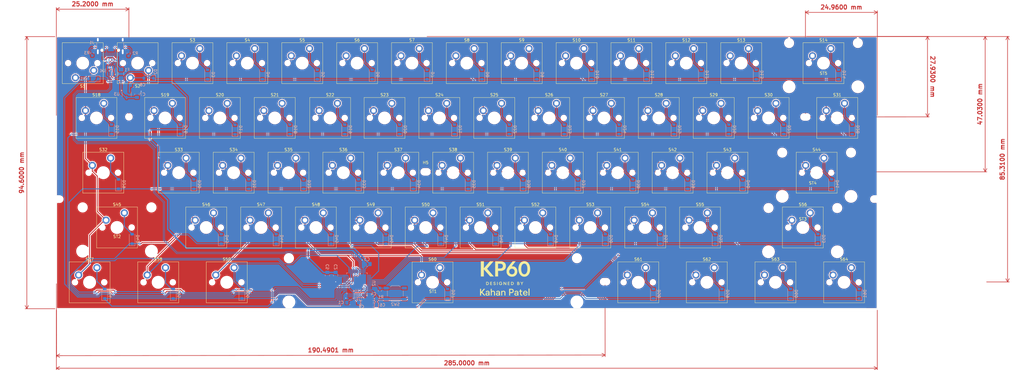
<source format=kicad_pcb>
(kicad_pcb (version 20240108) (generator "pcbnew") (generator_version "8.0")
  (layers (0 "F.Cu" signal) (31 "B.Cu" signal) (34 "B.Paste" user) (35 "F.Paste" user) (36 "B.SilkS" user "B.Silkscreen") (37 "F.SilkS" user "F.Silkscreen") (38 "B.Mask" user) (39 "F.Mask" user) (44 "Edge.Cuts" user))
  (net 0 "")
  (net 1 "+3.3V")
  (net 2 "GND")
  (net 3 "+5V")
  (net 4 "/NRST")
  (net 5 "A5")
  (net 6 "Net-(D1-A)")
  (net 7 "Net-(D2-A)")
  (net 8 "Net-(D3-A)")
  (net 9 "Net-(D4-A)")
  (net 10 "Net-(D5-A)")
  (net 11 "Net-(D6-A)")
  (net 12 "Net-(D7-A)")
  (net 13 "Net-(D8-A)")
  (net 14 "Net-(D9-A)")
  (net 15 "Net-(D10-A)")
  (net 16 "Net-(D11-A)")
  (net 17 "Net-(D12-A)")
  (net 18 "Net-(D13-A)")
  (net 19 "Net-(D14-A)")
  (net 20 "A6")
  (net 21 "Net-(D15-A)")
  (net 22 "Net-(D16-A)")
  (net 23 "Net-(D17-A)")
  (net 24 "Net-(D18-A)")
  (net 25 "Net-(D19-A)")
  (net 26 "Net-(D20-A)")
  (net 27 "Net-(D21-A)")
  (net 28 "Net-(D22-A)")
  (net 29 "Net-(D23-A)")
  (net 30 "Net-(D24-A)")
  (net 31 "Net-(D25-A)")
  (net 32 "Net-(D26-A)")
  (net 33 "Net-(D27-A)")
  (net 34 "Net-(D28-A)")
  (net 35 "A7")
  (net 36 "Net-(D29-A)")
  (net 37 "Net-(D30-A)")
  (net 38 "Net-(D31-A)")
  (net 39 "Net-(D32-A)")
  (net 40 "Net-(D33-A)")
  (net 41 "Net-(D34-A)")
  (net 42 "Net-(D35-A)")
  (net 43 "Net-(D36-A)")
  (net 44 "Net-(D37-A)")
  (net 45 "Net-(D38-A)")
  (net 46 "Net-(D39-A)")
  (net 47 "Net-(D40-A)")
  (net 48 "Net-(D41-A)")
  (net 49 "Net-(D42-A)")
  (net 50 "A3")
  (net 51 "Net-(D43-A)")
  (net 52 "Net-(D44-A)")
  (net 53 "Net-(D45-A)")
  (net 54 "Net-(D46-A)")
  (net 55 "Net-(D47-A)")
  (net 56 "Net-(D48-A)")
  (net 57 "Net-(D49-A)")
  (net 58 "Net-(D50-A)")
  (net 59 "Net-(D51-A)")
  (net 60 "Net-(D52-A)")
  (net 61 "Net-(D53-A)")
  (net 62 "A4")
  (net 63 "Net-(D54-A)")
  (net 64 "Net-(D55-A)")
  (net 65 "Net-(D56-A)")
  (net 66 "Net-(D57-A)")
  (net 67 "Net-(D58-A)")
  (net 68 "Net-(D59-A)")
  (net 69 "Net-(D60-A)")
  (net 70 "Net-(D61-A)")
  (net 71 "VBUS")
  (net 72 "Net-(J1-CC2)")
  (net 73 "D-")
  (net 74 "D+")
  (net 75 "Net-(J1-CC1)")
  (net 76 "BOOT0")
  (net 77 "B3")
  (net 78 "B4")
  (net 79 "B5")
  (net 80 "B6")
  (net 81 "B7")
  (net 82 "B8")
  (net 83 "B9")
  (net 84 "B12")
  (net 85 "B13")
  (net 94 "B14")
  (net 98 "B15")
  (net 99 "A8")
  (net 103 "B30")
  (net 104 "B31")
  (footprint "ScottoKeebs_MX:MX_PCB_2.00u" (layer "F.Cu") (at 332.89875 83.058)
    (property "Reference" "S14")
    (property "Value" "backspace")
  )
  (footprint "MountingHole:MountingHole_2.2mm_M2" (layer "F.Cu") (at 326.64 101.76)
    (property "Reference" "H4" (hide yes))
    (property "Value" "MountingHole_2.2mm_M2")
  )
  (footprint "MountingHole:MountingHole_2.2mm_M2" (layer "F.Cu") (at 194.77 120.85)
    (property "Reference" "H5")
    (property "Value" "MountingHole_2.2mm_M2")
  )
  (footprint "ScottoKeebs_MX:MX_PCB_1.00u" (layer "F.Cu") (at 280.51125 121.158)
    (property "Reference" "S42")
    (property "Value" ";")
  )
  (footprint "ScottoKeebs_MX:MX_PCB_1.00u" (layer "F.Cu") (at 175.73625 140.208)
    (property "Reference" "S49")
    (property "Value" "v")
  )
  (footprint "ScottoKeebs_MX:MX_PCB_1.00u" (layer "F.Cu") (at 166.21125 121.158)
    (property "Reference" "S36")
    (property "Value" "f")
  )
  (footprint "ScottoKeebs_MX:MX_PCB_1.00u" (layer "F.Cu") (at 228.12375 83.058)
    (property "Reference" "S9")
    (property "Value" "8")
  )
  (footprint "ScottoKeebs_Stabilizer:Stabilizer_MX_2.00u" (layer "F.Cu") (at 332.9 83.06)
    (property "Reference" "ST5")
    (property "Value" "Stabilizer_MX_2.00u")
  )
  (footprint "ScottoKeebs_MX:MX_PCB_1.00u" (layer "F.Cu") (at 299.56125 121.158)
    (property "Reference" "S43")
    (property "Value" "\"")
  )
  (footprint "ScottoKeebs_MX:MX_PCB_1.00u" (layer "F.Cu") (at 109.06125 121.158)
    (property "Reference" "S33")
    (property "Value" "a")
  )
  (footprint "ScottoKeebs_MX:MX_PCB_1.00u" (layer "F.Cu") (at 180.49875 102.108)
    (property "Reference" "S23")
    (property "Value" "t")
  )
  (footprint "ScottoKeebs_MX:MX_PCB_1.50u" (layer "F.Cu") (at 337.66125 102.108)
    (property "Reference" "S31")
    (property "Value" "\\")
  )
  (footprint "ScottoKeebs_MX:MX_PCB_1.00u" (layer "F.Cu") (at 142.39875 102.108)
    (property "Reference" "S21")
    (property "Value" "e")
  )
  (footprint "ScottoKeebs_MX:MX_PCB_2.25u" (layer "F.Cu") (at 87.63 140.208)
    (property "Reference" "S45")
    (property "Value" "Lshift")
  )
  (footprint "ScottoKeebs_MX:MX_PCB_1.00u" (layer "F.Cu") (at 123.34875 102.108)
    (property "Reference" "S20")
    (property "Value" "w")
  )
  (footprint "ScottoKeebs_MX:MX_PCB_1.00u" (layer "F.Cu") (at 194.78625 140.208)
    (property "Reference" "S50")
    (property "Value" "b")
  )
  (footprint "ScottoKeebs_MX:MX_PCB_1.25u" (layer "F.Cu") (at 340.0425 159.258)
    (property "Reference" "S64")
    (property "Value" "Rctrl")
  )
  (footprint "MountingHole:MountingHole_2.2mm_M2" (layer "F.Cu") (at 257.06 159.05)
    (property "Reference" "H6" (hide yes))
    (property "Value" "MountingHole_2.2mm_M2")
  )
  (footprint "ScottoKeebs_MX:MX_PCB_6.25u" (layer "F.Cu") (at 197.1675 159.258)
    (property "Reference" "S60")
    (property "Value" "space")
  )
  (footprint "ScottoKeebs_MX:MX_PCB_1.00u" (layer "F.Cu") (at 232.88625 140.208)
    (property "Reference" "S52")
    (property "Value" "m")
  )
  (footprint "ScottoKeebs_MX:MX_PCB_1.00u" (layer "F.Cu") (at 294.79875 102.108)
    (property "Reference" "S29")
    (property "Value" "{")
  )
  (footprint "ScottoKeebs_MX:MX_PCB_1.25u" (layer "F.Cu") (at 78.105 159.258)
    (property "Reference" "S57")
    (property "Value" "Lctrl")
  )
  (footprint "ScottoKeebs_MX:MX_PCB_1.00u" (layer "F.Cu") (at 218.59875 102.108)
    (property "Reference" "S25")
    (property "Value" "u")
  )
  (footprint "ScottoKeebs_MX:MX_PCB_1.00u" (layer "F.Cu") (at 304.32375 83.058)
    (property "Reference" "S13")
    (property "Value" "=")
  )
  (footprint "ScottoKeebs_MX:MX_PCB_1.00u" (layer "F.Cu") (at 199.54875 102.108)
    (property "Reference" "S24")
    (property "Value" "y")
  )
  (footprint "ScottoKeebs_MX:MX_PCB_1.00u" (layer "F.Cu") (at 137.63625 140.208)
    (property "Reference" "S47")
    (property "Value" "x")
  )
  (footprint "ScottoKeebs_MX:MX_PCB_1.00u" (layer "F.Cu") (at 132.87375 83.058)
    (property "Reference" "S4")
    (property "Value" "3")
  )
  (footprint "ScottoKeebs_MX:MX_PCB_1.00u" (layer "F.Cu") (at 75.72375 83.058 180)
    (property "Reference" "S1")
    (property "Value" "Esc")
  )
  (footprint "ScottoKeebs_MX:MX_PCB_1.00u" (layer "F.Cu") (at 185.26125 121.158)
    (property "Reference" "S37")
    (property "Value" "g")
  )
  (footprint "ScottoKeebs_MX:MX_PCB_1.25u" (layer "F.Cu") (at 101.9175 159.258)
    (property "Reference" "S58")
    (property "Value" "Lsuper")
  )
  (footprint "ScottoKeebs_MX:MX_PCB_1.00u" (layer "F.Cu") (at 156.68625 140.208)
    (property "Reference" "S48")
    (property "Value" "c")
  )
  (footprint "ScottoKeebs_MX:MX_PCB_1.00u" (layer "F.Cu") (at 313.84875 102.108)
    (property "Reference" "S30")
    (property "Value" "}")
  )
  (footprint "ScottoKeebs_Stabilizer:Stabilizer_MX_6.25u" (layer "F.Cu") (at 197.297 157.875)
    (property "Reference" "ST1")
    (property "Value" "Stabilizer_MX_6.25u")
  )
  (footprint "ScottoKeebs_MX:MX_PCB_1.00u" (layer "F.Cu") (at 275.74875 102.108)
    (property "Reference" "S28")
    (property "Value" "p")
  )
  (footprint "ScottoKeebs_MX:MX_PCB_1.00u" (layer "F.Cu") (at 237.64875 102.108)
    (property "Reference" "S26")
    (property "Value" "i")
  )
  (footprint "LOGO" (layer "F.Cu") (at 222.26 158.06)
    (property "Reference" "G***" (hide yes))
    (property "Value" "LOGO" (hide yes))
  )
  (footprint "ScottoKeebs_MX:MX_PCB_1.25u" (layer "F.Cu") (at 125.73 159.258)
    (property "Reference" "S59")
    (property "Value" "Lalt")
  )
  (footprint "ScottoKeebs_MX:MX_PCB_1.00u" (layer "F.Cu") (at 223.36125 121.158)
    (property "Reference" "S39")
    (property "Value" "j")
  )
  (footprint "ScottoKeebs_MX:MX_PCB_1.00u" (layer "F.Cu") (at 209.07375 83.058)
    (property "Reference" "S8")
    (property "Value" "7")
  )
  (footprint "ScottoKeebs_Stabilizer:Stabilizer_MX_2.00u" (layer "F.Cu") (at 330.52 121.16)
    (property "Reference" "ST4")
    (property "Value" "Stabilizer_MX_2.00u")
  )
  (footprint "ScottoKeebs_MX:MX_PCB_1.00u" (layer "F.Cu") (at 104.29875 102.108)
    (property "Reference" "S19")
    (property "Value" "q")
  )
  (footprint "ScottoKeebs_MX:MX_PCB_1.00u" (layer "F.Cu") (at 113.82375 83.058)
    (property "Reference" "S3")
    (property "Value" "2")
  )
  (footprint "ScottoKeebs_MX:MX_PCB_1.00u" (layer "F.Cu") (at 204.31125 121.158)
    (property "Reference" "S38")
    (property "Value" "h")
  )
  (footprint "ScottoKeebs_MX:MX_PCB_1.00u" (layer "F.Cu") (at 261.46125 121.158)
    (property "Reference" "S41")
    (property "Value" "l")
  )
  (footprint "ScottoKeebs_MX:MX_PCB_1.00u" (layer "F.Cu") (at 247.17375 83.058)
    (property "Reference" "S10")
    (property "Value" "9")
  )
  (footprint "ScottoKeebs_MX:MX_PCB_1.25u" (layer "F.Cu") (at 292.4175 159.258)
    (property "Reference" "S62")
    (property "Value" "Rsuper")
  )
  (footprint "ScottoKeebs_MX:MX_PCB_1.00u" (layer "F.Cu") (at 151.92375 83.058)
    (property "Reference" "S5")
    (property "Value" "4")
  )
  (footprint "ScottoKeebs_MX:MX_PCB_1.00u" (layer "F.Cu") (at 285.27375 83.058)
    (property "Reference" "S12")
    (property "Value" "-")
  )
  (footprint "ScottoKeebs_MX:MX_PCB_1.00u" (layer "F.Cu") (at 251.93625 140.208)
    (property "Reference" "S53")
    (property "Value" ",")
  )
  (footprint "ScottoKeebs_MX:MX_PCB_1.00u" (layer "F.Cu") (at 270.98625 140.208)
    (property "Reference" "S54")
    (property "Value" ".")
  )
  (footprint "ScottoKeebs_MX:MX_PCB_1.25u" (layer "F.Cu") (at 316.23 159.258)
    (property "Reference" "S63")
    (property "Value" "Fn")
  )
  (footprint "ScottoKeebs_MX:MX_PCB_1.00u" (layer "F.Cu") (at 161.6075 102.108)
    (property "Reference" "S22")
    (property "Value" "r")
  )
  (footprint "ScottoKeebs_MX:MX_PCB_1.00u" (layer "F.Cu") (at 266.22375 83.058)
    (property "Reference" "S11")
    (property "Value" "0")
  )
  (footprint "ScottoKeebs_MX:MX_PCB_1.50u" (layer "F.Cu") (at 80.48625 102.108)
    (property "Reference" "S18")
    (property "Value" "tab")
  )
  (footprint "ScottoKeebs_Stabilizer:Stabilizer_MX_2.00u" (layer "F.Cu") (at 87.63 140.21)
    (property "Reference" "ST2")
    (property "Value" "Stabilizer_MX_2.00u")
  )
  (footprint "ScottoKeebs_MX:MX_PCB_1.75u" (layer "F.Cu") (at 82.8675 121.158)
    (property "Reference" "S32")
    (property "Value" "caps")
  )
  (footprint "ScottoKeebs_Stabilizer:Stabilizer_MX_2.00u" (layer "F.Cu") (at 325.75 140.42)
    (property "Reference" "ST3")
    (property "Value" "Stabilizer_MX_2.00u")
  )
  (footprint "MountingHole:MountingHole_2.2mm_M2" (layer "F.Cu") (at 66.72 130.34)
    (property "Reference" "H2" (hide yes))
    (property "Value" "MountingHole_2.2mm_M2")
  )
  (footprint "ScottoKeebs_MX:MX_PCB_1.00u" (layer "F.Cu") (at 213.83625 140.208)
    (property "Reference" "S51")
    (property "Value" "n")
  )
  (footprint "ScottoKeebs_MX:MX_PCB_2.75u" (layer "F.Cu") (at 325.755 140.208)
    (property "Reference" "S56")
    (property "Value" "Rshift")
  )
  (footprint "ScottoKeebs_MX:MX_PCB_1.25u" (layer "F.Cu") (at 268.605 159.258)
    (property "Reference" "S61")
    (property "Value" "Ralt")
  )
  (footprint "ScottoKeebs_MX:MX_PCB_1.00u" (layer "F.Cu") (at 118.58625 140.208)
    (property "Reference" "S46")
    (property "Value" "z")
  )
  (footprint "ScottoKeebs_MX:MX_PCB_1.00u" (layer "F.Cu") (at 290.03625 140.208)
    (property "Reference" "S55")
    (property "Value" "/")
  )
  (footprint "ScottoKeebs_MX:MX_PCB_1.00u" (layer "F.Cu") (at 242.41125 121.158)
    (property "Reference" "S40")
    (property "Value" "k")
  )
  (footprint "ScottoKeebs_MX:MX_PCB_1.00u" (layer "F.Cu") (at 147.16125 121.158)
    (property "Reference" "S35")
    (property "Value" "d")
  )
  (footprint "MountingHole:MountingHole_2.2mm_M2" (layer "F.Cu") (at 91.75 101.73)
    (property "Reference" "H3" (hide yes))
    (property "Value" "MountingHole_2.2mm_M2")
  )
  (footprint "ScottoKeebs_MX:MX_PCB_1.00u" (layer "F.Cu") (at 170.97375 83.058)
    (property "Reference" "S6")
    (property "Value" "5")
  )
  (footprint "ScottoKeebs_MX:MX_PCB_1.00u" (layer "F.Cu") (at 256.69875 102.108)
    (property "Reference" "S27")
    (property "Value" "o")
  )
  (footprint "MountingHole:MountingHole_2.2mm_M2" (layer "F.Cu") (at 351.41 130.34)
    (property "Reference" "H1" (hide yes))
    (property "Value" "MountingHole_2.2mm_M2")
  )
  (footprint "ScottoKeebs_MX:MX_PCB_2.25u" (layer "F.Cu") (at 330.5175 121.158)
    (property "Reference" "S44")
    (property "Value" "enter")
  )
  (footprint "ScottoKeebs_MX:MX_PCB_1.00u" (layer "F.Cu") (at 190.02375 83.058)
    (property "Reference" "S7")
    (property "Value" "6")
  )
  (footprint "ScottoKeebs_MX:MX_PCB_1.00u" (layer "F.Cu") (at 94.77375 83.058 180)
    (property "Reference" "S2")
    (property "Value" "1")
  )
  (footprint "ScottoKeebs_MX:MX_PCB_1.00u" (layer "F.Cu") (at 128.11125 121.158)
    (property "Reference" "S34")
    (property "Value" "s")
  )
  (footprint "Resistor_SMD:R_0603_1608Metric_Pad0.98x0.95mm_HandSolder" (layer "B.Cu") (at 79.05 79.5175 -90)
    (property "Reference" "R3")
    (property "Value" "5k1")
  )
  (footprint "Diode_SMD:D_SOD-123" (layer "B.Cu") (at 319.0875 106.07675 90)
    (property "Reference" "D27")
    (property "Value" "Diode")
  )
  (footprint "Capacitor_SMD:C_0805_2012Metric_Pad1.18x1.45mm_HandSolder" (layer "B.Cu") (at 176.66 167.14 180)
    (property "Reference" "C6")
    (property "Value" "10u")
  )
  (footprint "Diode_SMD:D_SOD-123" (layer "B.Cu") (at 285.75 125.12675 90)
    (property "Reference" "D39")
    (property "Value" "Diode")
  )
  (footprint "Diode_SMD:D_SOD-123" (layer "B.Cu") (at 261.9375 106.07675 90)
    (property "Reference" "D24")
    (property "Value" "Diode")
  )
  (footprint "Diode_SMD:D_SOD-123" (layer "B.Cu") (at 233.3625 87.02675 90)
    (property "Reference" "D9")
    (property "Value" "Diode")
  )
  (footprint "Diode_SMD:D_SOD-123" (layer "B.Cu") (at 297.65625 163.22675 90)
    (property "Reference" "D59")
    (property "Value" "Diode")
  )
  (footprint "Diode_SMD:D_SOD-123" (layer "B.Cu") (at 92.86875 144.17675 90)
    (property "Reference" "D42")
    (property "Value" "Diode")
  )
  (footprint "Diode_SMD:D_SOD-123" (layer "B.Cu") (at 200.025 144.17675 90)
    (property "Reference" "D47")
    (property "Value" "Diode")
  )
  (footprint "Diode_SMD:D_SOD-123" (layer "B.Cu") (at 280.9875 106.07675 90)
    (property "Reference" "D25")
    (property "Value" "Diode")
  )
  (footprint "Diode_SMD:D_SOD-123" (layer "B.Cu") (at 161.925 144.17675 90)
    (property "Reference" "D45")
    (property "Value" "Diode")
  )
  (footprint "Diode_SMD:D_SOD-123" (layer "B.Cu") (at 176.2125 87.02675 90)
    (property "Reference" "D6")
    (property "Value" "Diode")
  )
  (footprint "Diode_SMD:D_SOD-123" (layer "B.Cu") (at 223.8375 106.07675 90)
    (property "Reference" "D22")
    (property "Value" "Diode")
  )
  (footprint "Diode_SMD:D_SOD-123" (layer "B.Cu") (at 202.40625 163.22675 90)
    (property "Reference" "D57")
    (property "Value" "Diode")
  )
  (footprint "Capacitor_SMD:C_0805_2012Metric_Pad1.18x1.45mm_HandSolder" (layer "B.Cu") (at 176.65 164.98 180)
    (property "Reference" "C4")
    (property "Value" "100n")
  )
  (footprint "Diode_SMD:D_SOD-123" (layer "B.Cu") (at 204.7875 106.07675 90)
    (property "Reference" "D21")
    (property "Value" "Diode")
  )
  (footprint "Diode_SMD:D_SOD-123" (layer "B.Cu") (at 242.8875 106.07675 90)
    (property "Reference" "D23")
    (property "Value" "Diode")
  )
  (footprint "Resistor_SMD:R_0603_1608Metric_Pad0.98x0.95mm_HandSolder" (layer "B.Cu") (at 91.62 79.64 -90)
    (property "Reference" "R2")
    (property "Value" "5k1")
  )
  (footprint "Diode_SMD:D_SOD-123" (layer "B.Cu") (at 152.4 125.12675 90)
    (property "Reference" "D32")
    (property "Value" "Diode")
  )
  (footprint "Diode_SMD:D_SOD-123" (layer "B.Cu") (at 214.3125 87.02675 90)
    (property "Reference" "D8")
    (property "Value" "Diode")
  )
  (footprint "Diode_SMD:D_SOD-123" (layer "B.Cu") (at 88.10625 125.12675 90)
    (property "Reference" "D29")
    (property "Value" "Diode")
  )
  (footprint "Capacitor_SMD:C_0805_2012Metric_Pad1.18x1.45mm_HandSolder" (layer "B.Cu") (at 94.55 93.93 90)
    (property "Reference" "C7")
    (property "Value" "1u")
  )
  (footprint "Diode_SMD:D_SOD-123" (layer "B.Cu") (at 133.35 125.12675 90)
    (property "Reference" "D31")
    (property "Value" "Diode")
  )
  (footprint "Package_QFP:LQFP-48_7x7mm_P0.5mm" (layer "B.Cu") (at 170.93 159.5975 90)
    (property "Reference" "U2")
    (property "Value" "STM32F072CBTx")
  )
  (footprint "Diode_SMD:D_SOD-123" (layer "B.Cu") (at 321.46875 163.22675 90)
    (property "Reference" "D60")
    (property "Value" "Diode")
  )
  (footprint "Diode_SMD:D_SOD-123" (layer "B.Cu") (at 309.5625 87.02675 90)
    (property "Reference" "D13")
    (property "Value" "Diode")
  )
  (footprint "Package_TO_SOT_SMD:SOT-23-3" (layer "B.Cu") (at 90.95 93.8725 -90)
    (property "Reference" "U3")
    (property "Value" "XC6206PxxxMR")
  )
  (footprint "Diode_SMD:D_SOD-123" (layer "B.Cu") (at 171.45 125.12675 90)
    (property "Reference" "D33")
    (property "Value" "Diode")
  )
  (footprint "Diode_SMD:D_SOD-123" (layer "B.Cu") (at 342.9 106.07675 90)
    (property "Reference" "D28")
    (property "Value" "Diode")
  )
  (footprint "Diode_SMD:D_SOD-123" (layer "B.Cu") (at 195.2625 87.02675 90)
    (property "Reference" "D7")
    (property "Value" "Diode")
  )
  (footprint "Diode_SMD:D_SOD-123" (layer "B.Cu") (at 130.96875 163.22675 90)
    (property "Reference" "D56")
    (property "Value" "Diode")
  )
  (footprint "Diode_SMD:D_SOD-123" (layer "B.Cu") (at 98.6375 88.265 180)
    (property "Reference" "D2")
    (property "Value" "Diode")
  )
  (footprint "Diode_SMD:D_SOD-123" (layer "B.Cu") (at 276.225 144.17675 90)
    (property "Reference" "D51")
    (property "Value" "Diode")
  )
  (footprint "Connector_USB:USB_C_Receptacle_HRO_TYPE-C-31-M-12" (layer "B.Cu") (at 85.2825 75.98)
    (property "Reference" "J1")
    (property "Value" "USB_C_Receptacle_USB2.0_14P")
  )
  (footprint "Diode_SMD:D_SOD-123" (layer "B.Cu") (at 109.5375 106.07675 90)
    (property "Reference" "D16")
    (property "Value" "Diode")
  )
  (footprint "Diode_SMD:D_SOD-123" (layer "B.Cu") (at 345.28125 163.22675 90)
    (property "Reference" "D61")
    (property "Value" "Diode")
  )
  (footprint "Diode_SMD:D_SOD-123" (layer "B.Cu") (at 157.1625 87.02675 90)
    (property "Reference" "D5")
    (property "Value" "Diode")
  )
  (footprint "Button_Switch_SMD:SW_SPST_TL3342" (layer "B.Cu") (at 184.25 163.17)
    (property "Reference" "SW2")
    (property "Value" "SW_Push")
  )
  (footprint "Diode_SMD:D_SOD-123" (layer "B.Cu") (at 79.376 88.519 180)
    (property "Reference" "D1")
    (property "Value" "Diode")
  )
  (footprint "Diode_SMD:D_SOD-123" (layer "B.Cu") (at 304.8 125.12675 90)
    (property "Reference" "D40")
    (property "Value" "Diode")
  )
  (footprint "Diode_SMD:D_SOD-123" (layer "B.Cu") (at 83.34375 163.22675 90)
    (property "Reference" "D54")
    (property "Value" "Diode")
  )
  (footprint "Package_TO_SOT_SMD:SOT-23-6" (layer "B.Cu") (at 85.28 85.6925 90)
    (property "Reference" "U1")
    (property "Value" "USBLC6-2SC6")
  )
  (footprint "Diode_SMD:D_SOD-123" (layer "B.Cu") (at 335.75625 125.12675 90)
    (property "Reference" "D41")
    (property "Value" "Diode")
  )
  (footprint "Diode_SMD:D_SOD-123" (layer "B.Cu") (at 114.3 125.12675 90)
    (property "Reference" "D30")
    (property "Value" "Diode")
  )
  (footprint "Diode_SMD:D_SOD-123" (layer "B.Cu") (at 300.0375 106.07675 90)
    (property "Reference" "D26")
    (property "Value" "Diode")
  )
  (footprint "Diode_SMD:D_SOD-123" (layer "B.Cu") (at 147.6375 106.07675 90)
    (property "Reference" "D18")
    (property "Value" "Diode")
  )
  (footprint "Fuse:Fuse_1206_3216Metric_Pad1.42x1.75mm_HandSolder" (layer "B.Cu") (at 89 86.78 -90)
    (property "Reference" "F1")
    (property "Value" "500mA")
  )
  (footprint "Capacitor_SMD:C_0805_2012Metric_Pad1.18x1.45mm_HandSolder" (layer "B.Cu") (at 93.3 90.66)
    (property "Reference" "C8")
    (property "Value" "1u")
  )
  (footprint "Diode_SMD:D_SOD-123" (layer "B.Cu") (at 257.175 144.17675 90)
    (property "Reference" "D50")
    (property "Value" "Diode")
  )
  (footprint "Diode_SMD:D_SOD-123" (layer "B.Cu") (at 119.0625 87.02675 90)
    (property "Reference" "D3")
    (property "Value" "Diode")
  )
  (footprint "Diode_SMD:D_SOD-123" (layer "B.Cu") (at 238.125 144.17675 90)
    (property "Reference" "D49")
    (property "Value" "Diode")
  )
  (footprint "Diode_SMD:D_SOD-123" (layer "B.Cu") (at 247.65 125.12675 90)
    (property "Reference" "D37")
    (property "Value" "Diode")
  )
  (footprint "Diode_SMD:D_SOD-123" (layer "B.Cu") (at 190.5 125.12675 90)
    (property "Reference" "D34")
    (property "Value" "Diode")
  )
  (footprint "Diode_SMD:D_SOD-123" (layer "B.Cu") (at 128.5875 106.13925 90)
    (property "Reference" "D17")
    (property "Value" "Diode")
  )
  (footprint "Diode_SMD:D_SOD-123" (layer "B.Cu") (at 252.4125 87.02675 90)
    (property "Reference" "D10")
    (property "Value" "Diode")
  )
  (footprint "Diode_SMD:D_SOD-123" (layer "B.Cu") (at 185.7375 106.07675 90)
    (property "Reference" "D20")
    (property "Value" "Diode")
  )
  (footprint "Diode_SMD:D_SOD-123" (layer "B.Cu") (at 271.4625 87.02675 90)
    (property "Reference" "D11")
    (property "Value" "Diode")
  )
  (footprint "Diode_SMD:D_SOD-123" (layer "B.Cu") (at 228.6 125.12675 90)
    (property "Reference" "D36")
    (property "Value" "Diode")
  )
  (footprint "Diode_SMD:D_SOD-123" (layer "B.Cu") (at 166.6875 106.07675 90)
    (property "Reference" "D19")
    (property "Value" "Diode")
  )
  (footprint "Diode_SMD:D_SOD-123" (layer "B.Cu") (at 180.975 144.17675 90)
    (property "Reference" "D46")
    (property "Value" "Diode")
  )
  (footprint "Resistor_SMD:R_0603_1608Metric_Pad0.98x0.95mm_HandSolder" (layer "B.Cu") (at 178.9 162.2 -90)
    (property "Reference" "R1")
    (property "Value" "10k")
  )
  (footprint "Capacitor_SMD:C_0805_2012Metric_Pad1.18x1.45mm_HandSolder" (layer "B.Cu") (at 168.4425 166.3)
    (property "Reference" "C1")
    (property "Value" "100n")
  )
  (footprint "Diode_SMD:D_SOD-123" (layer "B.Cu") (at 338.1375 87.02675 90)
    (property "Reference" "D14")
    (property "Value" "Diode")
  )
  (footprint "Diode_SMD:D_SOD-123" (layer "B.Cu") (at 107.15625 163.22675 90)
    (property "Reference" "D55")
    (property "Value" "Diode")
  )
  (footprint "Diode_SMD:D_SOD-123" (layer "B.Cu") (at 85.725 106.07675 90)
    (property "Reference" "D15")
    (property "Value" "Diode")
  )
  (footprint "Diode_SMD:D_SOD-123" (layer "B.Cu") (at 142.875 144.17675 90)
    (property "Reference" "D44")
    (property "Value" "Diode")
  )
  (footprint "Diode_SMD:D_SOD-123" (layer "B.Cu") (at 209.55 125.12675 90)
    (property "Reference" "D35")
    (property "Value" "Diode")
  )
  (footprint "Diode_SMD:D_SOD-123" (layer "B.Cu") (at 273.84375 163.22675 90)
    (property "Reference" "D58")
    (property "Value" "Diode")
  )
  (footprint "Capacitor_SMD:C_0805_2012Metric_Pad1.18x1.45mm_HandSolder" (layer "B.Cu") (at 172.52 166.28 180)
    (property "Reference" "C9")
    (property "Value" "100n")
  )
  (footprint "Capacitor_SMD:C_0805_2012Metric_Pad1.18x1.45mm_HandSolder" (layer "B.Cu") (at 163.52 156.85 -90)
    (property "Reference" "C2")
    (property "Value" "100n")
  )
  (footprint "Diode_SMD:D_SOD-123" (layer "B.Cu") (at 290.5125 87.02675 90)
    (property "Reference" "D12")
    (property "Value" "Diode")
  )
  (footprint "Diode_SMD:D_SOD-123" (layer "B.Cu") (at 123.825 144.17675 90)
    (property "Reference" "D43")
    (property "Value" "Diode")
  )
  (footprint "Diode_SMD:D_SOD-123" (layer "B.Cu") (at 295.275 144.17675 90)
    (property "Reference" "D52")
    (property "Value" "Diode")
  )
  (footprint "Diode_SMD:D_SOD-123" (layer "B.Cu") (at 330.99375 144.11425 90)
    (property "Reference" "D53")
    (property "Value" "Diode")
  )
  (footprint "Diode_SMD:D_SOD-123" (layer "B.Cu") (at 138.1125 87.02675 90)
    (property "Reference" "D4")
    (property "Value" "Diode")
  )
  (footprint "Capacitor_SMD:C_0805_2012Metric_Pad1.18x1.45mm_HandSolder" (layer "B.Cu") (at 160.66 156.85 -90)
    (property "Reference" "C5")
    (property "Value" "100n")
  )
  (footprint "Diode_SMD:D_SOD-123" (layer "B.Cu") (at 266.7 125.12675 90)
    (property "Reference" "D38")
    (property "Value" "Diode")
  )
  (footprint "Capacitor_SMD:C_0805_2012Metric_Pad1.18x1.45mm_HandSolder" (layer "B.Cu") (at 174.41 152.92 180)
    (property "Reference" "C3")
    (property "Value" "100n")
  )
  (footprint "Diode_SMD:D_SOD-123" (layer "B.Cu") (at 219.075 144.17675 90)
    (property "Reference" "D48")
    (property "Value" "Diode")
  )
  (gr_line (start 351.575 73.85) (end 351.575 168.45) (stroke (width 0.05)) (layer "Edge.Cuts"))
  (gr_line (start 66.575 168.45) (end 351.575 168.45) (stroke (width 0.05)) (layer "Edge.Cuts"))
  (gr_line (start 66.575 73.85) (end 351.575 73.85) (stroke (width 0.05)) (layer "Edge.Cuts"))
  (gr_line (start 66.575 168.45) (end 66.575 73.85) (stroke (width 0.05)) (layer "Edge.Cuts"))
  (dimension (type aligned) (layer "F.Cu") (pts (xy 66.575 73.85) (xy 66.575 168.45)) (height 10.265) (gr_text "94.6000 mm" (at 54.51 121.15 90) (layer "F.Cu") (effects (font (size 1.5 1.5) (thickness 0.3)))) (format (prefix "") (suffix "") (units 3) (units_format 1) (precision 4)) (style (thickness 0.2) (arrow_length 1.27) (text_position_mode 0) (extension_height 0.58642) (extension_offset 0.5) keep_text_aligned))
  (dimension (type aligned) (layer "F.Cu") (pts (xy 66.575 168.45) (xy 351.575 168.45)) (height 20.68) (gr_text "285.0000 mm" (at 209.075 187.33 0) (layer "F.Cu") (effects (font (size 1.5 1.5) (thickness 0.3)))) (format (prefix "") (suffix "") (units 3) (units_format 1) (precision 4)) (style (thickness 0.2) (arrow_length 1.27) (text_position_mode 0) (extension_height 0.58642) (extension_offset 0.5) keep_text_aligned))
  (dimension (type aligned) (layer "F.Cu") (pts (xy 326.64 101.76) (xy 326.63 73.83)) (height 42.383735) (gr_text "27.9300 mm" (at 370.818732 87.779181 -89.97948594) (layer "F.Cu") (effects (font (size 1.5 1.5) (thickness 0.3)))) (format (prefix "") (suffix "") (units 3) (units_format 1) (precision 4)) (style (thickness 0.2) (arrow_length 1.27) (text_position_mode 0) (extension_height 0.58642) (extension_offset 0.5) keep_text_aligned))
  (dimension (type aligned) (layer "F.Cu") (pts (xy 194.77 120.85) (xy 194.77 73.82)) (height 194.27) (gr_text "47.0300 mm" (at 387.24 97.335 90) (layer "F.Cu") (effects (font (size 1.5 1.5) (thickness 0.3)))) (format (prefix "") (suffix "") (units 3) (units_format 1) (precision 4)) (style (thickness 0.2) (arrow_length 1.27) (text_position_mode 0) (extension_height 0.58642) (extension_offset 0.5) keep_text_aligned))
  (dimension (type aligned) (layer "F.Cu") (pts (xy 257.06 159.05) (xy 66.57 159.27)) (height -25.493261) (gr_text "190.4901 mm" (at 161.842364 182.853245 0.06617179846) (layer "F.Cu") (effects (font (size 1.5 1.5) (thickness 0.3)))) (format (prefix "") (suffix "") (units 3) (units_format 1) (precision 4)) (style (thickness 0.2) (arrow_length 1.27) (text_position_mode 0) (extension_height 0.58642) (extension_offset 0.5) keep_text_aligned))
  (dimension (type aligned) (layer "F.Cu") (pts (xy 326.64 101.76) (xy 351.6 101.76)) (height -36.33) (gr_text "24.9600 mm" (at 339.12 63.63 0) (layer "F.Cu") (effects (font (size 1.5 1.5) (thickness 0.3)))) (format (prefix "") (suffix "") (units 3) (units_format 1) (precision 4)) (style (thickness 0.2) (arrow_length 1.27) (text_position_mode 0) (extension_height 0.58642) (extension_offset 0.5) keep_text_aligned))
  (dimension (type aligned) (layer "F.Cu") (pts (xy 91.75 101.73) (xy 66.55 101.73)) (height 37.41) (gr_text "25.2000 mm" (at 79.15 62.52 0) (layer "F.Cu") (effects (font (size 1.5 1.5) (thickness 0.3)))) (format (prefix "") (suffix "") (units 3) (units_format 1) (precision 4)) (style (thickness 0.2) (arrow_length 1.27) (text_position_mode 0) (extension_height 0.58642) (extension_offset 0.5) keep_text_aligned))
  (dimension (type aligned) (layer "F.Cu") (pts (xy 389.04 73.82) (xy 389.04 159.13)) (height -7.77) (gr_text "85.3100 mm" (at 395.01 116.475 90) (layer "F.Cu") (effects (font (size 1.5 1.5) (thickness 0.3)))) (format (prefix "") (suffix "") (units 3) (units_format 1) (precision 4)) (style (thickness 0.2) (arrow_length 1.27) (text_position_mode 0) (extension_height 0.58642) (extension_offset 0.5) keep_text_aligned))
  (segment (start 154.01 148.225) (end 154.01 150.51) (width 0.5) (layer "F.Cu") (net 1))
  (segment (start 99.14 106.63) (end 99.14 109.47) (width 0.5) (layer "F.Cu") (net 1))
  (segment (start 154.01 150.51) (end 154.05 150.55) (width 0.5) (layer "F.Cu") (net 1))
  (segment (start 99.14 109.47) (end 99.12 109.49) (width 0.5) (layer "F.Cu") (net 1))
  (via (at 99.12 109.49) (size 0.6) (drill 0.3) (layers "F.Cu" "B.Cu") (net 1))
  (via (at 154.05 150.55) (size 0.6) (drill 0.3) (layers "F.Cu" "B.Cu") (net 1))
  (via (at 99.14 106.63) (size 0.6) (drill 0.3) (layers "F.Cu" "B.Cu") (net 1))
  (via (at 154.01 148.225) (size 0.6) (drill 0.3) (layers "F.Cu" "B.Cu") (net 1))
  (segment (start 181.1 165.07) (end 187.4 165.07) (width 0.5) (layer "B.Cu") (net 1))
  (segment (start 154.05 150.55) (end 159.3125 155.8125) (width 0.5) (layer "B.Cu") (net 1))
  (segment (start 169.68 162.91938) (end 169.68 163.76) (width 0.3) (layer "B.Cu") (net 1))
  (segment (start 169.68 164.60062) (end 169.05562 165.225) (width 0.3) (layer "B.Cu") (net 1))
  (segment (start 101.76 127.24) (end 105.21 130.69) (width 0.5) (layer "B.Cu") (net 1))
  (segment (start 101.76 112.13) (end 101.76 127.24) (width 0.5) (layer "B.Cu") (net 1))
  (segment (start 164.555 156.8475) (end 163.52 155.8125) (width 0.3) (layer "B.Cu") (net 1))
  (segment (start 92.2625 90.66) (end 93.4375 89.485) (width 0.5) (layer "B.Cu") (net 1))
  (segment (start 111.96 105.02) (end 110.76 106.22) (width 0.5) (layer "B.Cu") (net 1))
  (segment (start 169.68 163.76) (end 169.68 164.60062) (width 0.3) (layer "B.Cu") (net 1))
  (segment (start 173.9625 162.3475) (end 173.68 162.63) (width 0.3) (layer "B.Cu") (net 1))
  (segment (start 169.68 162.91938) (end 170.25188 162.3475) (width 0.3) (layer "B.Cu") (net 1))
  (segment (start 177.6875 167.13) (end 177.6975 167.14) (width 0.5) (layer "B.Cu") (net 1))
  (segment (start 154.04 148.195) (end 154.01 148.225) (width 0.5) (layer "B.Cu") (net 1))
  (segment (start 91.9 91.0225) (end 92.2625 90.66) (width 0.5) (layer "B.Cu") (net 1))
  (segment (start 176.1675 162.3475) (end 177.6875 163.8675) (width 0.3) (layer "B.Cu") (net 1))
  (segment (start 175.0925 162.3475) (end 173.9625 162.3475) (width 0.3) (layer "B.Cu") (net 1))
  (segment (start 181.01 164.98) (end 181.1 165.07) (width 0.5) (layer "B.Cu") (net 1))
  (segment (start 154.04 147.39) (end 169.9175 147.39) (width 0.5) (layer "B.Cu") (net 1))
  (segment (start 173.68 155.435) (end 173.68 154.6875) (width 0.3) (layer "B.Cu") (net 1))
  (segment (start 111.96 94.74) (end 111.96 105.02) (width 0.5) (layer "B.Cu") (net 1))
  (segment (start 106.705 89.485) (end 111.96 94.74) (width 0.5) (layer "B.Cu") (net 1))
  (segment (start 177.6875 164.98) (end 181.01 164.98) (width 0.5) (layer "B.Cu") (net 1))
  (segment (start 160.66 155.8125) (end 163.52 155.8125) (width 0.5) (layer "B.Cu") (net 1))
  (segment (start 110.76 106.22) (end 99.55 106.22) (width 0.5) (layer "B.Cu") (net 1))
  (segment (start 93.4375 89.485) (end 106.705 89.485) (width 0.5) (layer "B.Cu") (net 1))
  (segment (start 105.21 130.69) (end 105.21 140.841371) (width 0.5) (layer "B.Cu") (net 1))
  (segment (start 170.25188 162.3475) (end 173.9625 162.3475) (width 0.3) (layer "B.Cu") (net 1))
  (segment (start 175.0925 162.3475) (end 176.1675 162.3475) (width 0.3) (layer "B.Cu") (net 1))
  (segment (start 168.48 165.225) (end 167.405 166.3) (width 0.3) (layer "B.Cu") (net 1))
  (segment (start 167.86 157.09938) (end 167.86 161.09938) (width 0.3) (layer "B.Cu") (net 1))
  (segment (start 173.68 154.6875) (end 175.4475 152.92) (width 0.3) (layer "B.Cu") (net 1))
  (segment (start 173.68 162.63) (end 173.68 163.76) (width 0.3) (layer "B.Cu") (net 1))
  (segment (start 91.9 92.735) (end 91.9 91.0225) (width 0.5) (layer "B.Cu") (net 1))
  (segment (start 159.3125 155.8125) (end 160.66 155.8125) (width 0.5) (layer "B.Cu") (net 1))
  (segment (start 105.21 140.841371) (end 111.758629 147.39) (width 0.5) (layer "B.Cu") (net 1))
  (segment (start 99.55 106.22) (end 99.14 106.63) (width 0.5) (layer "B.Cu") (net 1))
  (segment (start 99.12 109.49) (end 101.76 112.13) (width 0.5) (layer "B.Cu") (net 1))
  (segment (start 111.758629 147.39) (end 154.04 147.39) (width 0.5) (layer "B.Cu") (net 1))
  (segment (start 166.7675 156.8475) (end 167.60812 156.8475) (width 0.3) (layer "B.Cu") (net 1))
  (segment (start 154.04 147.39) (end 154.04 148.195) (width 0.5) (layer "B.Cu") (net 1))
  (segment (start 169.9175 147.39) (end 175.4475 152.92) (width 0.5) (layer "B.Cu") (net 1))
  (segment (start 177.6875 164.98) (end 177.6875 167.13) (width 0.5) (layer "B.Cu") (net 1))
  (segment (start 169.05562 165.225) (end 168.48 165.225) (width 0.3) (layer "B.Cu") (net 1))
  (segment (start 166.7675 156.8475) (end 164.555 156.8475) (width 0.3) (layer "B.Cu") (net 1))
  (segment (start 167.86 161.09938) (end 169.68 162.91938) (width 0.3) (layer "B.Cu") (net 1))
  (segment (start 177.6875 163.8675) (end 177.6875 164.98) (width 0.3) (layer "B.Cu") (net 1))
  (segment (start 167.60812 156.8475) (end 167.86 157.09938) (width 0.3) (layer "B.Cu") (net 1))
  (segment (start 82.43 85.76) (end 82.41 85.74) (width 0.3) (layer "F.Cu") (net 2))
  (segment (start 84.93 85.76) (end 82.43 85.76) (width 0.3) (layer "F.Cu") (net 2))
  (via (at 163.55 159.09) (size 0.6) (drill 0.3) (layers "F.Cu" "B.Cu") (net 2))
  (via (at 84.93 85.76) (size 0.6) (drill 0.3) (layers "F.Cu" "B.Cu") (net 2))
  (via (at 167.06 164.78) (size 0.6) (drill 0.3) (layers "F.Cu" "B.Cu") (net 2))
  (via (at 82.41 85.74) (size 0.6) (drill 0.3) (layers "F.Cu" "B.Cu") (net 2))
  (via (at 172.73 151.52) (size 0.6) (drill 0.3) (layers "F.Cu" "B.Cu") (net 2))
  (via (at 96 92.86) (size 0.6) (drill 0.3) (layers "F.Cu" "B.Cu") (net 2))
  (segment (start 163.52 157.8875) (end 163.52 159.06) (width 0.3) (layer "B.Cu") (net 2))
  (segment (start 166.46 165.38) (end 167.06 164.78) (width 0.3) (layer "B.Cu") (net 2))
  (segment (start 93.595 93.8475) (end 94.55 92.8925) (width 0.5) (layer "B.Cu") (net 2))
  (segment (start 81.8775 80.025) (end 80.9625 79.11) (width 0.5) (layer "B.Cu") (net 2))
  (segment (start 89.985 78.7275) (end 89.6025 79.11) (width 0.5) (layer "B.Cu") (net 2))
  (segment (start 169.48 166.3) (end 168.405 167.375) (width 0.3) (layer "B.Cu") (net 2))
  (segment (start 175.0925 161.8475) (end 172.8575 161.8475) (width 0.3) (layer "B.Cu") (net 2))
  (segment (start 170.18 165.6) (end 170.18 163.76) (width 0.3) (layer "B.Cu") (net 2))
  (segment (start 173.18 153.1125) (end 173.3725 152.92) (width 0.3) (layer "B.Cu") (net 2))
  (segment (start 89.4475 79.11) (end 88.5325 80.025) (width 0.5) (layer "B.Cu") (net 2))
  (segment (start 94.55 90.8725) (end 94.3375 90.66) (width 0.5) (layer "B.Cu") (net 2))
  (segment (start 80.4575 78.605) (end 80.9625 79.11) (width 0.5) (layer "B.Cu") (net 2))
  (segment (start 175.6125 164.98) (end 175.6125 167.13) (width 0.5) (layer "B.Cu") (net 2))
  (segment (start 85.28 86.83) (end 85.28 86.11) (width 0.3) (layer "B.Cu") (net 2))
  (segment (start 175.6125 167.13) (end 175.6225 167.14) (width 0.5) (layer "B.Cu") (net 2))
  (segment (start 90 92.735) (end 91.1125 93.8475) (width 0.5) (layer "B.Cu") (net 2))
  (segment (start 180.5375 163.1125) (end 180.57 163.08) (width 0.3) (layer "B.Cu") (net 2))
  (segment (start 164.06 157.3475) (end 163.52 157.8875) (width 0.3) (layer "B.Cu") (net 2))
  (segment (start 172.8575 161.8475) (end 172.63 161.62) (width 0.3) (layer "B.Cu") (net 2))
  (segment (start 169.48 166.3) (end 170.18 165.6) (width 0.3) (layer "B.Cu") (net 2))
  (segment (start 166.7675 157.3475) (end 164.06 157.3475) (width 0.3) (layer "B.Cu") (net 2))
  (segment (start 89.6025 79.11) (end 89.4475 79.11) (width 0.5) (layer "B.Cu") (net 2))
  (segment (start 91.1125 93.8475) (end 93.595 93.8475) (width 0.5) (layer "B.Cu") (net 2))
  (segment (start 173.18 156.8) (end 173.18 155.435) (width 0.3) (layer "B.Cu") (net 2))
  (segment (start 94.55 92.8925) (end 95.9675 92.8925) (width 0.5) (layer "B.Cu") (net 2))
  (segment (start 89.6025 79.11) (end 89.6025 74.93) (width 0.5) (layer "B.Cu") (net 2))
  (segment (start 178.9 163.1125) (end 177.635 161.8475) (width 0.3) (layer "B.Cu") (net 2))
  (segment (start 172.63 161.62) (end 172.63 157.35) (width 0.3) (layer "B.Cu") (net 2))
  (segment (start 91.62 78.7275) (end 89.985 78.7275) (width 0.5) (layer "B.Cu") (net 2))
  (segment (start 79.05 78.605) (end 80.4575 78.605) (width 0.5) (layer "B.Cu") (net 2))
  (segment (start 82.0325 80.025) (end 81.8775 80.025) (width 0.5) (layer "B.Cu") (net 2))
  (segment (start 85.28 86.11) (end 84.93 85.76) (width 0.3) (layer "B.Cu") (net 2))
  (segment (start 172.63 157.35) (end 173.18 156.8) (width 0.3) (layer "B.Cu") (net 2))
  (segment (start 173.3725 152.1625) (end 172.73 151.52) (width 0.3) (layer "B.Cu") (net 2))
  (segment (start 173.18 155.435) (end 173.18 153.1125) (width 0.3) (layer "B.Cu") (net 2))
  (segment (start 80.9625 79.11) (end 80.9625 74.93) (width 0.5) (layer "B.Cu") (net 2))
  (segment (start 173.3725 152.92) (end 173.3725 152.1625) (width 0.3) (layer "B.Cu") (net 2))
  (segment (start 95.9675 92.8925) (end 96 92.86) (width 0.5) (layer "B.Cu") (net 2))
  (segment (start 168.405 167.375) (end 166.812044 167.375) (width 0.3) (layer "B.Cu") (net 2))
  (segment (start 94.55 92.8925) (end 94.55 90.8725) (width 0.5) (layer "B.Cu") (net 2))
  (segment (start 163.52 159.06) (end 163.55 159.09) (width 0.3) (layer "B.Cu") (net 2))
  (segment (start 166.46 167.022956) (end 166.46 165.38) (width 0.3) (layer "B.Cu") (net 2))
  (segment (start 166.812044 167.375) (end 166.46 167.022956) (width 0.3) (layer "B.Cu") (net 2))
  (segment (start 177.635 161.8475) (end 175.0925 161.8475) (width 0.3) (layer "B.Cu") (net 2))
  (segment (start 85.3 84.59) (end 85.58 84.87) (width 0.3) (layer "F.Cu") (net 3))
  (segment (start 85.58 87.64) (end 86.34 88.4) (width 0.3) (layer "F.Cu") (net 3))
  (segment (start 85.58 84.87) (end 85.58 87.64) (width 0.3) (layer "F.Cu") (net 3))
  (via (at 86.34 88.4) (size 0.6) (drill 0.3) (layers "F.Cu" "B.Cu") (net 3))
  (via (at 85.3 84.59) (size 0.6) (drill 0.3) (layers "F.Cu" "B.Cu") (net 3))
  (segment (start 89 88.084816) (end 89 88.2675) (width 0.5) (layer "B.Cu") (net 3))
  (segment (start 86.34 88.4) (end 88.8675 88.4) (width 0.3) (layer "B.Cu") (net 3))
  (segment (start 85.28 84.555) (end 85.28 84.57) (width 0.3) (layer "B.Cu") (net 3))
  (segment (start 89 93.359999) (end 89 88.2675) (width 0.5) (layer "B.Cu") (net 3))
  (segment (start 85.28 84.57) (end 85.3 84.59) (width 0.3) (layer "B.Cu") (net 3))
  (segment (start 90.95 95.01) (end 90.650001 95.01) (width 0.5) (layer "B.Cu") (net 3))
  (segment (start 90.650001 95.01) (end 89 93.359999) (width 0.5) (layer "B.Cu") (net 3))
  (segment (start 88.8675 88.4) (end 89 88.2675) (width 0.3) (layer "B.Cu") (net 3))
  (segment (start 94.5075 95.01) (end 94.55 94.9675) (width 0.5) (layer "B.Cu") (net 3))
  (segment (start 90.95 95.01) (end 94.5075 95.01) (width 0.5) (layer "B.Cu") (net 3))
  (segment (start 171.4825 166.28) (end 170.68 165.4775) (width 0.3) (layer "B.Cu") (net 4))
  (segment (start 170.68 165.4775) (end 170.68 163.76) (width 0.3) (layer "B.Cu") (net 4))
  (segment (start 86.338529 163.17675) (end 86.06675 163.17675) (width 0.3) (layer "F.Cu") (net 5))
  (segment (start 86.06675 163.17675) (end 85.39 162.5) (width 0.3) (layer "F.Cu") (net 5))
  (segment (start 99.685 126.78) (end 102.54 126.78) (width 0.3) (layer "F.Cu") (net 5))
  (segment (start 128.1185 162.544444) (end 128.111472 162.551472) (width 0.3) (layer "F.Cu") (net 5))
  (segment (start 133.581501 162.544444) (end 128.1185 162.544444) (width 0.3) (layer "F.Cu") (net 5))
  (segment (start 104.923619 162.419325) (end 104.198097 163.144847) (width 0.3) (layer "F.Cu") (net 5))
  (segment (start 109.406382 162.419325) (end 104.923619 162.419325) (width 0.3) (layer "F.Cu") (net 5))
  (segment (start 81.372944 162.5) (end 80.726472 163.146472) (width 0.3) (layer "F.Cu") (net 5))
  (segment (start 102.54 126.78) (end 102.56 126.8) (width 0.3) (layer "F.Cu") (net 5))
  (segment (start 85.39 162.5) (end 81.372944 162.5) (width 0.3) (layer "F.Cu") (net 5))
  (via (at 109.406382 162.419325) (size 0.7) (drill 0.3) (layers "F.Cu" "B.Cu") (net 5))
  (via (at 99.685 126.78) (size 0.6) (drill 0.3) (layers "F.Cu" "B.Cu") (net 5))
  (via (at 128.111472 162.551472) (size 0.7) (drill 0.3) (layers "F.Cu" "B.Cu") (net 5))
  (via (at 102.56 126.8) (size 0.7) (drill 0.3) (layers "F.Cu" "B.Cu") (net 5))
  (via (at 104.198097 163.144847) (size 0.7) (drill 0.3) (layers "F.Cu" "B.Cu") (net 5))
  (via (at 133.581501 162.544444) (size 0.7) (drill 0.3) (layers "F.Cu" "B.Cu") (net 5))
  (via (at 86.338529 163.17675) (size 0.7) (drill 0.3) (layers "F.Cu" "B.Cu") (net 5))
  (via (at 80.726472 163.146472) (size 0.7) (drill 0.3) (layers "F.Cu" "B.Cu") (net 5))
  (segment (start 164.65 166.185788) (end 164.575788 166.26) (width 0.3) (layer "B.Cu") (net 5))
  (segment (start 71.03 131.39) (end 75.66 126.76) (width 0.3) (layer "B.Cu") (net 5))
  (segment (start 80.726472 163.146472) (end 80.512944 163.36) (width 0.3) (layer "B.Cu") (net 5))
  (segment (start 102.56 126.8) (end 102.58325 126.77675) (width 0.3) (layer "B.Cu") (net 5))
  (segment (start 99.68175 126.77675) (end 99.685 126.78) (width 0.3) (layer "B.Cu") (net 5))
  (segment (start 166.7675 161.3475) (end 165.719773 161.3475) (width 0.3) (layer "B.Cu") (net 5))
  (segment (start 164.575788 166.26) (end 154.134212 166.26) (width 0.3) (layer "B.Cu") (net 5))
  (segment (start 128.111472 162.551472) (end 127.286194 163.37675) (width 0.3) (layer "B.Cu") (net 5))
  (segment (start 71.03 160.027107) (end 71.03 131.39) (width 0.3) (layer "B.Cu") (net 5))
  (segment (start 142.21 163.23) (end 134.267057 163.23) (width 0.3) (layer "B.Cu") (net 5))
  (segment (start 102.58325 126.77675) (end 114.3 126.77675) (width 0.3) (layer "B.Cu") (net 5))
  (segment (start 110.46 163.37675) (end 110.363807 163.37675) (width 0.3) (layer "B.Cu") (net 5))
  (segment (start 134.267057 163.23) (end 133.581501 162.544444) (width 0.3) (layer "B.Cu") (net 5))
  (segment (start 165.719773 161.3475) (end 164.65 162.417273) (width 0.3) (layer "B.Cu") (net 5))
  (segment (start 74.362893 163.36) (end 71.03 160.027107) (width 0.3) (layer "B.Cu") (net 5))
  (segment (start 104.198097 163.144847) (end 104.166194 163.17675) (width 0.3) (layer "B.Cu") (net 5))
  (segment (start 104.166194 163.17675) (end 86.338529 163.17675) (width 0.3) (layer "B.Cu") (net 5))
  (segment (start 80.512944 163.36) (end 80.605327 163.267617) (width 0.3) (layer "B.Cu") (net 5))
  (segment (start 149.994213 162.12) (end 143.32 162.12) (width 0.3) (layer "B.Cu") (net 5))
  (segment (start 164.65 162.417273) (end 164.65 166.185788) (width 0.3) (layer "B.Cu") (net 5))
  (segment (start 80.512944 163.36) (end 74.362893 163.36) (width 0.3) (layer "B.Cu") (net 5))
  (segment (start 114.3 126.77675) (end 133.35 126.77675) (width 0.3) (layer "B.Cu") (net 5))
  (segment (start 75.66 126.76) (end 76.83 126.76) (width 0.3) (layer "B.Cu") (net 5))
  (segment (start 154.134212 166.26) (end 151.473554 163.599341) (width 0.3) (layer "B.Cu") (net 5))
  (segment (start 88.10625 126.77675) (end 99.68175 126.77675) (width 0.3) (layer "B.Cu") (net 5))
  (segment (start 133.35 126.77675) (end 335.75625 126.77675) (width 0.3) (layer "B.Cu") (net 5))
  (segment (start 110.363807 163.37675) (end 109.406382 162.419325) (width 0.3) (layer "B.Cu") (net 5))
  (segment (start 151.473554 163.599341) (end 149.994213 162.12) (width 0.3) (layer "B.Cu") (net 5))
  (segment (start 143.32 162.12) (end 142.21 163.23) (width 0.3) (layer "B.Cu") (net 5))
  (segment (start 76.84675 126.77675) (end 88.10625 126.77675) (width 0.3) (layer "B.Cu") (net 5))
  (segment (start 127.286194 163.37675) (end 110.46 163.37675) (width 0.3) (layer "B.Cu") (net 5))
  (segment (start 76.83 126.76) (end 76.84675 126.77675) (width 0.3) (layer "B.Cu") (net 5))
  (segment (start 77.345 88.138) (end 77.726 88.519) (width 0.3) (layer "B.Cu") (net 6))
  (segment (start 73.18375 88.138) (end 77.345 88.138) (width 0.3) (layer "B.Cu") (net 6))
  (segment (start 92.23375 88.138) (end 96.8605 88.138) (width 0.3) (layer "B.Cu") (net 7))
  (segment (start 96.8605 88.138) (end 96.9875 88.265) (width 0.3) (layer "B.Cu") (net 7))
  (segment (start 116.36375 77.978) (end 116.36375 82.678) (width 0.3) (layer "B.Cu") (net 8))
  (segment (start 116.36375 82.678) (end 119.0625 85.37675) (width 0.3) (layer "B.Cu") (net 8))
  (segment (start 135.41375 77.978) (end 135.41375 82.678) (width 0.3) (layer "B.Cu") (net 9))
  (segment (start 135.41375 82.678) (end 138.1125 85.37675) (width 0.3) (layer "B.Cu") (net 9))
  (segment (start 154.46375 82.678) (end 157.1625 85.37675) (width 0.3) (layer "B.Cu") (net 10))
  (segment (start 154.46375 77.978) (end 154.46375 82.678) (width 0.3) (layer "B.Cu") (net 10))
  (segment (start 173.51375 82.678) (end 176.2125 85.37675) (width 0.3) (layer "B.Cu") (net 11))
  (segment (start 173.51375 77.978) (end 173.51375 82.678) (width 0.3) (layer "B.Cu") (net 11))
  (segment (start 192.56375 77.978) (end 192.56375 82.678) (width 0.3) (layer "B.Cu") (net 12))
  (segment (start 192.56375 82.678) (end 195.2625 85.37675) (width 0.3) (layer "B.Cu") (net 12))
  (segment (start 211.61375 77.978) (end 211.61375 82.678) (width 0.3) (layer "B.Cu") (net 13))
  (segment (start 211.61375 82.678) (end 214.3125 85.37675) (width 0.3) (layer "B.Cu") (net 13))
  (segment (start 230.66375 82.678) (end 233.3625 85.37675) (width 0.3) (layer "B.Cu") (net 14))
  (segment (start 230.66375 77.978) (end 230.66375 82.678) (width 0.3) (layer "B.Cu") (net 14))
  (segment (start 249.71375 82.678) (end 249.71375 77.978) (width 0.3) (layer "B.Cu") (net 15))
  (segment (start 252.4125 85.37675) (end 249.71375 82.678) (width 0.3) (layer "B.Cu") (net 15))
  (segment (start 268.76375 82.678) (end 268.76375 77.978) (width 0.3) (layer "B.Cu") (net 16))
  (segment (start 271.4625 85.37675) (end 268.76375 82.678) (width 0.3) (layer "B.Cu") (net 16))
  (segment (start 287.81375 82.678) (end 287.81375 77.978) (width 0.3) (layer "B.Cu") (net 17))
  (segment (start 290.5125 85.37675) (end 287.81375 82.678) (width 0.3) (layer "B.Cu") (net 17))
  (segment (start 309.5625 85.37675) (end 306.86375 82.678) (width 0.3) (layer "B.Cu") (net 18))
  (segment (start 306.86375 82.678) (end 306.86375 77.978) (width 0.3) (layer "B.Cu") (net 18))
  (segment (start 335.43875 82.678) (end 335.43875 77.978) (width 0.3) (layer "B.Cu") (net 19))
  (segment (start 338.1375 85.37675) (end 335.43875 82.678) (width 0.3) (layer "B.Cu") (net 19))
  (segment (start 104.169702 161.719325) (end 103.48838 162.400647) (width 0.3) (layer "F.Cu") (net 20))
  (segment (start 105.511178 145.41) (end 108.210589 142.710589) (width 0.3) (layer "F.Cu") (net 20))
  (segment (start 87.038529 162.546845) (end 86.491684 162) (width 0.3) (layer "F.Cu") (net 20))
  (segment (start 109.696332 161.719325) (end 104.169702 161.719325) (width 0.3) (layer "F.Cu") (net 20))
  (segment (start 86.968434 162.47675) (end 87.038529 162.546845) (width 0.3) (layer "F.Cu") (net 20))
  (segment (start 99.52 145.41) (end 105.511178 145.41) (width 0.3) (layer "F.Cu") (net 20))
  (segment (start 96.39 145.41) (end 99.52 145.41) (width 0.3) (layer "F.Cu") (net 20))
  (segment (start 134.154275 161.844444) (end 129.008199 161.844444) (width 0.3) (layer "F.Cu") (net 20))
  (segment (start 86.491684 162) (end 80.565327 162) (width 0.3) (layer "F.Cu") (net 20))
  (segment (start 110.612335 162.635328) (end 109.696332 161.719325) (width 0.3) (layer "F.Cu") (net 20))
  (segment (start 103.48838 162.400647) (end 103.48838 162.47675) (width 0.3) (layer "F.Cu") (net 20))
  (segment (start 95.52 145.87) (end 95.93 145.87) (width 0.3) (layer "F.Cu") (net 20))
  (segment (start 134.221612 161.911781) (end 134.154275 161.844444) (width 0.3) (layer "F.Cu") (net 20))
  (segment (start 95.93 145.87) (end 96.39 145.41) (width 0.3) (layer "F.Cu") (net 20))
  (segment (start 80.565327 162) (end 79.905327 162.66) (width 0.3) (layer "F.Cu") (net 20))
  (via (at 79.905327 162.66) (size 0.7) (drill 0.3) (layers "F.Cu" "B.Cu") (net 20))
  (via (at 134.221612 161.911781) (size 0.7) (drill 0.3) (layers "F.Cu" "B.Cu") (net 20))
  (via (at 129.008199 161.844444) (size 0.7) (drill 0.3) (layers "F.Cu" "B.Cu") (net 20))
  (via (at 103.48838 162.47675) (size 0.7) (drill 0.3) (layers "F.Cu" "B.Cu") (net 20))
  (via (at 110.612335 162.635328) (size 0.7) (drill 0.3) (layers "F.Cu" "B.Cu") (net 20))
  (via (at 108.210589 142.710589) (size 0.7) (drill 0.3) (layers "F.Cu" "B.Cu") (net 20))
  (via (at 95.52 145.87) (size 0.7) (drill 0.3) (layers "F.Cu" "B.Cu") (net 20))
  (via (at 86.968434 162.47675) (size 0.7) (drill 0.3) (layers "F.Cu" "B.Cu") (net 20))
  (segment (start 86.75 151.06) (end 91.98325 145.82675) (width 0.3) (layer "B.Cu") (net 20))
  (segment (start 95.47675 145.82675) (end 95.52 145.87) (width 0.3) (layer "B.Cu") (net 20))
  (segment (start 79.905327 162.66) (end 74.37 162.66) (width 0.3) (layer "B.Cu") (net 20))
  (segment (start 150.20132 161.62) (end 143.112893 161.62) (width 0.3) (layer "B.Cu") (net 20))
  (segment (start 112.25 142.76) (end 115.31675 145.82675) (width 0.3) (layer "B.Cu") (net 20))
  (segment (start 135.39 162.73) (end 135.039831 162.73) (width 0.3) (layer "B.Cu") (net 20))
  (segment (start 115.31675 145.82675) (end 123.825 145.82675) (width 0.3) (layer "B.Cu") (net 20))
  (segment (start 77.39 151.06) (end 86.75 151.06) (width 0.3) (layer "B.Cu") (net 20))
  (segment (start 143.112893 161.62) (end 142.82 161.912893) (width 0.3) (layer "B.Cu") (net 20))
  (segment (start 164.15 165.28) (end 164.15 165.59) (width 0.3) (layer "B.Cu") (net 20))
  (segment (start 91.98325 145.82675) (end 92.86875 145.82675) (width 0.3) (layer "B.Cu") (net 20))
  (segment (start 103.48838 162.47675) (end 86.968434 162.47675) (width 0.3) (layer "B.Cu") (net 20))
  (segment (start 164.15 162.624379) (end 164.15 165.28) (width 0.3) (layer "B.Cu") (net 20))
  (segment (start 127.82855 161.844444) (end 126.796244 162.87675) (width 0.3) (layer "B.Cu") (net 20))
  (segment (start 110.853757 162.87675) (end 110.612335 162.635328) (width 0.3) (layer "B.Cu") (net 20))
  (segment (start 142.002894 162.73) (end 135.39 162.73) (width 0.3) (layer "B.Cu") (net 20))
  (segment (start 162.24 165.76) (end 154.71 165.76) (width 0.3) (layer "B.Cu") (net 20))
  (segment (start 164.15 162.210166) (end 164.15 162.624379) (width 0.3) (layer "B.Cu") (net 20))
  (segment (start 163.98 165.76) (end 162.24 165.76) (width 0.3) (layer "B.Cu") (net 20))
  (segment (start 151.05566 162.474341) (end 150.494213 161.912893) (width 0.3) (layer "B.Cu") (net 20))
  (segment (start 142.82 161.912893) (end 142.002894 162.73) (width 0.3) (layer "B.Cu") (net 20))
  (segment (start 129.008199 161.844444) (end 127.82855 161.844444) (width 0.3) (layer "B.Cu") (net 20))
  (segment (start 166.7675 160.8475) (end 165.512666 160.8475) (width 0.3) (layer "B.Cu") (net 20))
  (segment (start 330.93125 145.82675) (end 330.99375 145.76425) (width 0.3) (layer "B.Cu") (net 20))
  (segment (start 71.53 156.92) (end 77.39 151.06) (width 0.3) (layer "B.Cu") (net 20))
  (segment (start 92.86875 145.82675) (end 95.47675 145.82675) (width 0.3) (layer "B.Cu") (net 20))
  (segment (start 126.796244 162.87675) (end 121.31 162.87675) (width 0.3) (layer "B.Cu") (net 20))
  (segment (start 165.512666 160.8475) (end 164.15 162.210166) (width 0.3) (layer "B.Cu") (net 20))
  (segment (start 123.825 145.82675) (end 330.93125 145.82675) (width 0.3) (layer "B.Cu") (net 20))
  (segment (start 150.494213 161.912893) (end 150.20132 161.62) (width 0.3) (layer "B.Cu") (net 20))
  (segment (start 108.210589 142.710589) (end 108.26 142.76) (width 0.3) (layer "B.Cu") (net 20))
  (segment (start 108.26 142.76) (end 112.25 142.76) (width 0.3) (layer "B.Cu") (net 20))
  (segment (start 154.341319 165.76) (end 151.05566 162.474341) (width 0.3) (layer "B.Cu") (net 20))
  (segment (start 164.15 165.59) (end 163.98 165.76) (width 0.3) (layer "B.Cu") (net 20))
  (segment (start 71.53 159.82) (end 71.53 156.92) (width 0.3) (layer "B.Cu") (net 20))
  (segment (start 74.37 162.66) (end 71.53 159.82) (width 0.3) (layer "B.Cu") (net 20))
  (segment (start 135.039831 162.73) (end 134.221612 161.911781) (width 0.3) (layer "B.Cu") (net 20))
  (segment (start 154.71 165.76) (end 154.341319 165.76) (width 0.3) (layer "B.Cu") (net 20))
  (segment (start 121.31 162.87675) (end 110.853757 162.87675) (width 0.3) (layer "B.Cu") (net 20))
  (segment (start 83.02625 101.728) (end 83.02625 97.028) (width 0.3) (layer "B.Cu") (net 21))
  (segment (start 85.725 104.42675) (end 83.02625 101.728) (width 0.3) (layer "B.Cu") (net 21))
  (segment (start 109.5375 104.42675) (end 106.83875 101.728) (width 0.3) (layer "B.Cu") (net 22))
  (segment (start 106.83875 101.728) (end 106.83875 97.028) (width 0.3) (layer "B.Cu") (net 22))
  (segment (start 128.5875 104.48925) (end 125.88875 101.7905) (width 0.3) (layer "B.Cu") (net 23))
  (segment (start 125.88875 101.7905) (end 125.88875 97.028) (width 0.3) (layer "B.Cu") (net 23))
  (segment (start 147.6375 104.42675) (end 144.93875 101.728) (width 0.3) (layer "B.Cu") (net 24))
  (segment (start 144.93875 101.728) (end 144.93875 97.028) (width 0.3) (layer "B.Cu") (net 24))
  (segment (start 166.6875 104.42675) (end 164.1475 101.88675) (width 0.3) (layer "B.Cu") (net 25))
  (segment (start 164.1475 101.88675) (end 164.1475 97.028) (width 0.3) (layer "B.Cu") (net 25))
  (segment (start 183.03875 101.728) (end 183.03875 97.028) (width 0.3) (layer "B.Cu") (net 26))
  (segment (start 185.7375 104.42675) (end 183.03875 101.728) (width 0.3) (layer "B.Cu") (net 26))
  (segment (start 204.7875 104.42675) (end 202.08875 101.728) (width 0.3) (layer "B.Cu") (net 27))
  (segment (start 202.08875 101.728) (end 202.08875 97.028) (width 0.3) (layer "B.Cu") (net 27))
  (segment (start 221.13875 101.728) (end 221.13875 97.028) (width 0.3) (layer "B.Cu") (net 28))
  (segment (start 223.8375 104.42675) (end 221.13875 101.728) (width 0.3) (layer "B.Cu") (net 28))
  (segment (start 242.8875 104.42675) (end 240.18875 101.728) (width 0.3) (layer "B.Cu") (net 29))
  (segment (start 240.18875 101.728) (end 240.18875 97.028) (width 0.3) (layer "B.Cu") (net 29))
  (segment (start 259.23875 101.728) (end 259.23875 97.028) (width 0.3) (layer "B.Cu") (net 30))
  (segment (start 261.9375 104.42675) (end 259.23875 101.728) (width 0.3) (layer "B.Cu") (net 30))
  (segment (start 280.9875 104.42675) (end 278.28875 101.728) (width 0.3) (layer "B.Cu") (net 31))
  (segment (start 278.28875 101.728) (end 278.28875 97.028) (width 0.3) (layer "B.Cu") (net 31))
  (segment (start 300.0375 104.42675) (end 297.33875 101.728) (width 0.3) (layer "B.Cu") (net 32))
  (segment (start 297.33875 101.728) (end 297.33875 97.028) (width 0.3) (layer "B.Cu") (net 32))
  (segment (start 319.0875 104.42675) (end 316.38875 101.728) (width 0.3) (layer "B.Cu") (net 33))
  (segment (start 316.38875 101.728) (end 316.38875 97.028) (width 0.3) (layer "B.Cu") (net 33))
  (segment (start 340.20125 101.728) (end 340.20125 97.028) (width 0.3) (layer "B.Cu") (net 34))
  (segment (start 342.9 104.42675) (end 340.20125 101.728) (width 0.3) (layer "B.Cu") (net 34))
  (segment (start 192 167.8) (end 192.2 167.6) (width 0.3) (layer "F.Cu") (net 35))
  (segment (start 141.52 162.03) (end 141.52 166.05) (width 0.3) (layer "F.Cu") (net 35))
  (segment (start 149.3761 163.7061) (end 153.47 167.8) (width 0.3) (layer "F.Cu") (net 35))
  (segment (start 153.47 167.8) (end 192 167.8) (width 0.3) (layer "F.Cu") (net 35))
  (segment (start 141.52 166.05) (end 141.54 166.07) (width 0.3) (layer "F.Cu") (net 35))
  (segment (start 144.0039 163.7061) (end 149.3761 163.7061) (width 0.3) (layer "F.Cu") (net 35))
  (segment (start 142.78 164.93) (end 144.0039 163.7061) (width 0.3) (layer "F.Cu") (net 35))
  (via (at 141.54 166.07) (size 0.7) (drill 0.3) (layers "F.Cu" "B.Cu") (net 35))
  (via (at 192.2 167.6) (size 0.7) (drill 0.3) (layers "F.Cu" "B.Cu") (net 35))
  (via (at 141.52 162.03) (size 0.7) (drill 0.3) (layers "F.Cu" "B.Cu") (net 35))
  (via (at 142.78 164.93) (size 0.7) (drill 0.3) (layers "F.Cu" "B.Cu") (net 35))
  (segment (start 202.40625 164.87675) (end 241.52325 164.87675) (width 0.3) (layer "B.Cu") (net 35))
  (segment (start 273.84375 164.87675) (end 250.44675 164.87675) (width 0.3) (layer "B.Cu") (net 35))
  (segment (start 83.34375 164.87675) (end 130.96875 164.87675) (width 0.3) (layer "B.Cu") (net 35))
  (segment (start 142.72675 164.87675) (end 142.78 164.93) (width 0.3) (layer "B.Cu") (net 35))
  (segment (start 152.969212 163.680785) (end 150.408427 161.12) (width 0.3) (layer "B.Cu") (net 35))
  (segment (start 321.46875 164.87675) (end 345.28125 164.87675) (width 0.3) (layer "B.Cu") (net 35))
  (segment (start 166.7675 160.3475) (end 165.305559 160.3475) (width 0.3) (layer "B.Cu") (net 35))
  (segment (start 83.34375 165.08375) (end 83.34375 164.87675) (width 0.3) (layer "B.Cu") (net 35))
  (segment (start 141.54 166.07) (end 140.08 167.53) (width 0.3) (layer "B.Cu") (net 35))
  (segment (start 85.79 167.53) (end 83.34375 165.08375) (width 0.3) (layer "B.Cu") (net 35))
  (segment (start 241.52325 164.87675) (end 243.47 162.93) (width 0.3) (layer "B.Cu") (net 35))
  (segment (start 248.5 162.93) (end 243.47 162.93) (width 0.3) (layer "B.Cu") (net 35))
  (segment (start 140.08 167.53) (end 85.79 167.53) (width 0.3) (layer "B.Cu") (net 35))
  (segment (start 192.2 167.6) (end 194.92325 164.87675) (width 0.3) (layer "B.Cu") (net 35))
  (segment (start 163.65 162.003059) (end 163.65 164.69) (width 0.3) (layer "B.Cu") (net 35))
  (segment (start 163.43 165.18) (end 154.468425 165.18) (width 0.3) (layer "B.Cu") (net 35))
  (segment (start 154.468425 165.18) (end 152.969212 163.680787) (width 0.3) (layer "B.Cu") (net 35))
  (segment (start 250.44675 164.87675) (end 248.5 162.93) (width 0.3) (layer "B.Cu") (net 35))
  (segment (start 130.96875 164.87675) (end 142.72675 164.87675) (width 0.3) (layer "B.Cu") (net 35))
  (segment (start 273.84375 164.87675) (end 297.65625 164.87675) (width 0.3) (layer "B.Cu") (net 35))
  (segment (start 194.92325 164.87675) (end 202.40625 164.87675) (width 0.3) (layer "B.Cu") (net 35))
  (segment (start 150.408427 161.12) (end 142.43 161.12) (width 0.3) (layer "B.Cu") (net 35))
  (segment (start 152.969212 163.680787) (end 152.969212 163.680785) (width 0.3) (layer "B.Cu") (net 35))
  (segment (start 165.305559 160.3475) (end 163.65 162.003059) (width 0.3) (layer "B.Cu") (net 35))
  (segment (start 297.65625 164.87675) (end 321.46875 164.87675) (width 0.3) (layer "B.Cu") (net 35))
  (segment (start 142.43 161.12) (end 141.52 162.03) (width 0.3) (layer "B.Cu") (net 35))
  (segment (start 163.65 164.96) (end 163.43 165.18) (width 0.3) (layer "B.Cu") (net 35))
  (segment (start 163.65 164.69) (end 163.65 164.96) (width 0.3) (layer "B.Cu") (net 35))
  (segment (start 85.4075 120.778) (end 85.4075 116.078) (width 0.3) (layer "B.Cu") (net 36))
  (segment (start 88.10625 123.47675) (end 85.4075 120.778) (width 0.3) (layer "B.Cu") (net 36))
  (segment (start 111.60125 120.778) (end 111.60125 116.078) (width 0.3) (layer "B.Cu") (net 37))
  (segment (start 114.3 123.47675) (end 111.60125 120.778) (width 0.3) (layer "B.Cu") (net 37))
  (segment (start 133.35 123.47675) (end 130.65125 120.778) (width 0.3) (layer "B.Cu") (net 38))
  (segment (start 130.65125 120.778) (end 130.65125 116.078) (width 0.3) (layer "B.Cu") (net 38))
  (segment (start 152.4 123.47675) (end 149.70125 120.778) (width 0.3) (layer "B.Cu") (net 39))
  (segment (start 149.70125 120.778) (end 149.70125 116.078) (width 0.3) (layer "B.Cu") (net 39))
  (segment (start 171.45 123.47675) (end 168.75125 120.778) (width 0.3) (layer "B.Cu") (net 40))
  (segment (start 168.75125 120.778) (end 168.75125 116.078) (width 0.3) (layer "B.Cu") (net 40))
  (segment (start 190.5 123.47675) (end 187.80125 120.778) (width 0.3) (layer "B.Cu") (net 41))
  (segment (start 187.80125 120.778) (end 187.80125 116.078) (width 0.3) (layer "B.Cu") (net 41))
  (segment (start 206.85125 120.778) (end 206.85125 116.078) (width 0.3) (layer "B.Cu") (net 42))
  (segment (start 209.55 123.47675) (end 206.85125 120.778) (width 0.3) (layer "B.Cu") (net 42))
  (segment (start 225.90125 120.778) (end 225.90125 116.078) (width 0.3) (layer "B.Cu") (net 43))
  (segment (start 228.6 123.47675) (end 225.90125 120.778) (width 0.3) (layer "B.Cu") (net 43))
  (segment (start 244.95125 120.778) (end 244.95125 116.078) (width 0.3) (layer "B.Cu") (net 44))
  (segment (start 247.65 123.47675) (end 244.95125 120.778) (width 0.3) (layer "B.Cu") (net 44))
  (segment (start 266.7 123.47675) (end 264.00125 120.778) (width 0.3) (layer "B.Cu") (net 45))
  (segment (start 264.00125 120.778) (end 264.00125 116.078) (width 0.3) (layer "B.Cu") (net 45))
  (segment (start 285.75 123.47675) (end 283.05125 120.778) (width 0.3) (layer "B.Cu") (net 46))
  (segment (start 283.05125 120.778) (end 283.05125 116.078) (width 0.3) (layer "B.Cu") (net 46))
  (segment (start 304.8 123.47675) (end 302.10125 120.778) (width 0.3) (layer "B.Cu") (net 47))
  (segment (start 302.10125 120.778) (end 302.10125 116.078) (width 0.3) (layer "B.Cu") (net 47))
  (segment (start 335.75625 123.47675) (end 333.0575 120.778) (width 0.3) (layer "B.Cu") (net 48))
  (segment (start 333.0575 120.778) (end 333.0575 116.078) (width 0.3) (layer "B.Cu") (net 48))
  (segment (start 92.86875 142.52675) (end 90.17 139.828) (width 0.3) (layer "B.Cu") (net 49))
  (segment (start 90.17 139.828) (end 90.17 135.128) (width 0.3) (layer "B.Cu") (net 49))
  (segment (start 89.73 89.48) (end 89.75 89.5) (width 0.3) (layer "F.Cu") (net 50))
  (segment (start 84.475 89.48) (end 89.73 89.48) (width 0.3) (layer "F.Cu") (net 50))
  (via (at 84.475 89.48) (size 0.6) (drill 0.3) (layers "F.Cu" "B.Cu") (net 50))
  (via (at 89.75 89.5) (size 0.6) (drill 0.3) (layers "F.Cu" "B.Cu") (net 50))
  (segment (start 143.75 163.12) (end 149.58 163.12) (width 0.3) (layer "B.Cu") (net 50))
  (segment (start 92.24 86.28) (end 96.421908 86.28) (width 0.3) (layer "B.Cu") (net 50))
  (segment (start 96.421908 86.28) (end 98.406908 88.265) (width 0.3) (layer "B.Cu") (net 50))
  (segment (start 164.8 167.26) (end 164.81 167.27) (width 0.3) (layer "B.Cu") (net 50))
  (segment (start 127.98325 164.37675) (end 129.01 163.35) (width 0.3) (layer "B.Cu") (net 50))
  (segment (start 153.72 167.26) (end 164.8 167.26) (width 0.3) (layer "B.Cu") (net 50))
  (segment (start 83.514 88.519) (end 84.475 89.48) (width 0.3) (layer "B.Cu") (net 50))
  (segment (start 100.365 88.265) (end 100.77675 88.67675) (width 0.3) (layer "B.Cu") (net 50))
  (segment (start 109.66675 164.37675) (end 127.98325 164.37675) (width 0.3) (layer "B.Cu") (net 50))
  (segment (start 164.81 167.27) (end 164.98 167.27) (width 0.3) (layer "B.Cu") (net 50))
  (segment (start 84.88 163.43) (end 85.82675 164.37675) (width 0.3) (layer "B.Cu") (net 50))
  (segment (start 81.21 164.36) (end 82.16 163.41) (width 0.3) (layer "B.Cu") (net 50))
  (segment (start 100.77675 88.67675) (end 119.0625 88.67675) (width 0.3) (layer "B.Cu") (net 50))
  (segment (start 105.92 163.12) (end 108.41 163.12) (width 0.3) (layer "B.Cu") (net 50))
  (segment (start 119.0625 88.67675) (end 138.1125 88.67675) (width 0.3) (layer "B.Cu") (net 50))
  (segment (start 165.67 163.445) (end 166.7675 162.3475) (width 0.3) (layer "B.Cu") (net 50))
  (segment (start 138.1125 88.67675) (end 338.1375 88.67675) (width 0.3) (layer "B.Cu") (net 50))
  (segment (start 82.18 163.43) (end 84.88 163.43) (width 0.3) (layer "B.Cu") (net 50))
  (segment (start 132.69 163.35) (end 133.58 164.24) (width 0.3) (layer "B.Cu") (net 50))
  (segment (start 69.45 95.2) (end 69.45 159.867106) (width 0.3) (layer "B.Cu") (net 50))
  (segment (start 133.59 164.23) (end 142.64 164.23) (width 0.3) (layer "B.Cu") (net 50))
  (segment (start 98.406908 88.265) (end 100.2875 88.265) (width 0.3) (layer "B.Cu") (net 50))
  (segment (start 85.82675 164.37675) (end 104.66325 164.37675) (width 0.3) (layer "B.Cu") (net 50))
  (segment (start 165.67 166.58) (end 165.67 163.445) (width 0.3) (layer "B.Cu") (net 50))
  (segment (start 108.41 163.12) (end 109.66675 164.37675) (width 0.3) (layer "B.Cu") (net 50))
  (segment (start 81.026 88.519) (end 79.807 89.738) (width 0.3) (layer "B.Cu") (net 50))
  (segment (start 74.912 89.738) (end 69.45 95.2) (width 0.3) (layer "B.Cu") (net 50))
  (segment (start 92.24 86.28) (end 91.829008 86.28) (width 0.3) (layer "B.Cu") (net 50))
  (segment (start 104.66325 164.37675) (end 105.92 163.12) (width 0.3) (layer "B.Cu") (net 50))
  (segment (start 149.58 163.12) (end 153.72 167.26) (width 0.3) (layer "B.Cu") (net 50))
  (segment (start 73.942894 164.36) (end 81.21 164.36) (width 0.3) (layer "B.Cu") (net 50))
  (segment (start 164.98 167.27) (end 165.67 166.58) (width 0.3) (layer "B.Cu") (net 50))
  (segment (start 79.807 89.738) (end 74.912 89.738) (width 0.3) (layer "B.Cu") (net 50))
  (segment (start 69.45 159.867106) (end 73.942894 164.36) (width 0.3) (layer "B.Cu") (net 50))
  (segment (start 91.829008 86.28) (end 90.225 87.884008) (width 0.3) (layer "B.Cu") (net 50))
  (segment (start 100.2875 88.265) (end 100.365 88.265) (width 0.3) (layer "B.Cu") (net 50))
  (segment (start 129.01 163.35) (end 132.69 163.35) (width 0.3) (layer "B.Cu") (net 50))
  (segment (start 90.225 87.884008) (end 90.225 89.025) (width 0.3) (layer "B.Cu") (net 50))
  (segment (start 82.16 163.41) (end 82.18 163.43) (width 0.3) (layer "B.Cu") (net 50))
  (segment (start 81.026 88.519) (end 83.514 88.519) (width 0.3) (layer "B.Cu") (net 50))
  (segment (start 142.64 164.23) (end 143.75 163.12) (width 0.3) (layer "B.Cu") (net 50))
  (segment (start 133.58 164.24) (end 133.59 164.23) (width 0.3) (layer "B.Cu") (net 50))
  (segment (start 90.225 89.025) (end 89.75 89.5) (width 0.3) (layer "B.Cu") (net 50))
  (segment (start 123.825 142.52675) (end 121.12625 139.828) (width 0.3) (layer "B.Cu") (net 51))
  (segment (start 121.12625 139.828) (end 121.12625 135.128) (width 0.3) (layer "B.Cu") (net 51))
  (segment (start 142.875 142.52675) (end 140.17625 139.828) (width 0.3) (layer "B.Cu") (net 52))
  (segment (start 140.17625 139.828) (end 140.17625 135.128) (width 0.3) (layer "B.Cu") (net 52))
  (segment (start 159.22625 139.828) (end 159.22625 135.128) (width 0.3) (layer "B.Cu") (net 53))
  (segment (start 161.925 142.52675) (end 159.22625 139.828) (width 0.3) (layer "B.Cu") (net 53))
  (segment (start 180.975 142.52675) (end 178.27625 139.828) (width 0.3) (layer "B.Cu") (net 54))
  (segment (start 178.27625 139.828) (end 178.27625 135.128) (width 0.3) (layer "B.Cu") (net 54))
  (segment (start 200.025 142.52675) (end 197.32625 139.828) (width 0.3) (layer "B.Cu") (net 55))
  (segment (start 197.32625 139.828) (end 197.32625 135.128) (width 0.3) (layer "B.Cu") (net 55))
  (segment (start 216.37625 139.828) (end 216.37625 135.128) (width 0.3) (layer "B.Cu") (net 56))
  (segment (start 219.075 142.52675) (end 216.37625 139.828) (width 0.3) (layer "B.Cu") (net 56))
  (segment (start 238.125 142.52675) (end 235.42625 139.828) (width 0.3) (layer "B.Cu") (net 57))
  (segment (start 235.42625 139.828) (end 235.42625 135.128) (width 0.3) (layer "B.Cu") (net 57))
  (segment (start 257.175 142.169872) (end 254.47625 139.471122) (width 0.3) (layer "B.Cu") (net 58))
  (segment (start 257.175 142.52675) (end 257.175 142.169872) (width 0.3) (layer "B.Cu") (net 58))
  (segment (start 254.47625 139.471122) (end 254.47625 135.128) (width 0.3) (layer "B.Cu") (net 58))
  (segment (start 276.225 142.52675) (end 273.52625 139.828) (width 0.3) (layer "B.Cu") (net 59))
  (segment (start 273.52625 139.828) (end 273.52625 135.128) (width 0.3) (layer "B.Cu") (net 59))
  (segment (start 295.275 142.52675) (end 292.57625 139.828) (width 0.3) (layer "B.Cu") (net 60))
  (segment (start 292.57625 139.828) (end 292.57625 135.128) (width 0.3) (layer "B.Cu") (net 60))
  (segment (start 328.295 139.7655) (end 328.295 135.128) (width 0.3) (layer "B.Cu") (net 61))
  (segment (start 330.99375 142.46425) (end 328.295 139.7655) (width 0.3) (layer "B.Cu") (net 61))
  (segment (start 71.795 107.77) (end 73.445 107.77) (width 0.3) (layer "F.Cu") (net 62))
  (via (at 71.795 107.77) (size 0.6) (drill 0.3) (layers "F.Cu" "B.Cu") (net 62))
  (via (at 73.445 107.77) (size 0.6) (drill 0.3) (layers "F.Cu" "B.Cu") (net 62))
  (segment (start 149.787107 162.62) (end 143.542894 162.62) (width 0.3) (layer "B.Cu") (net 62))
  (segment (start 133.19 163.142893) (end 132.897107 162.85) (width 0.3) (layer "B.Cu") (net 62))
  (segment (start 86.033856 163.87675) (end 85.38 163.222893) (width 0.3) (layer "B.Cu") (net 62))
  (segment (start 150.973553 163.806447) (end 150.08 162.912893) (width 0.3) (layer "B.Cu") (net 62))
  (segment (start 108.617107 162.62) (end 105.712894 162.62) (width 0.3) (layer "B.Cu") (net 62))
  (segment (start 128.802893 162.85) (end 128.802893 162.850001) (width 0.3) (layer "B.Cu") (net 62))
  (segment (start 85.38 163.222893) (end 85.067107 162.91) (width 0.3) (layer "B.Cu") (net 62))
  (segment (start 73.79325 107.72675) (end 85.725 107.72675) (width 0.3) (layer "B.Cu") (net 62))
  (segment (start 132.897107 162.85) (end 128.802893 162.85) (width 0.3) (layer "B.Cu") (net 62))
  (segment (start 105.712894 162.62) (end 104.456144 163.87675) (width 0.3) (layer "B.Cu") (net 62))
  (segment (start 104.456144 163.87675) (end 86.033856 163.87675) (width 0.3) (layer "B.Cu") (net 62))
  (segment (start 70.53 109.035) (end 71.795 107.77) (width 0.3) (layer "B.Cu") (net 62))
  (segment (start 70.53 160.24) (end 70.53 109.035) (width 0.3) (layer "B.Cu") (net 62))
  (segment (start 81.952894 162.91) (end 81.002894 163.86) (width 0.3) (layer "B.Cu") (net 62))
  (segment (start 153.927106 166.76) (end 150.973553 163.806447) (width 0.3) (layer "B.Cu") (net 62))
  (segment (start 142.432894 163.73) (end 133.777106 163.73) (width 0.3) (layer "B.Cu") (net 62))
  (segment (start 81.002894 163.86) (end 74.15 163.86) (width 0.3) (layer "B.Cu") (net 62))
  (segment (start 133.548553 163.501447) (end 133.19 163.142893) (width 0.3) (layer "B.Cu") (net 62))
  (segment (start 166.7675 161.8475) (end 165.92688 161.8475) (width 0.3) (layer "B.Cu") (net 62))
  (segment (start 74.15 163.86) (end 70.53 160.24) (width 0.3) (layer "B.Cu") (net 62))
  (segment (start 73.445 107.77) (end 73.75 107.77) (width 0.3) (layer "B.Cu") (net 62))
  (segment (start 85.067107 162.91) (end 81.952894 162.91) (width 0.3) (layer "B.Cu") (net 62))
  (segment (start 342.9 107.72675) (end 85.725 107.72675) (width 0.3) (layer "B.Cu") (net 62))
  (segment (start 128.802893 162.850001) (end 127.776144 163.87675) (width 0.3) (layer "B.Cu") (net 62))
  (segment (start 165.15 162.62438) (end 165.15 166.392894) (width 0.3) (layer "B.Cu") (net 62))
  (segment (start 127.776144 163.87675) (end 109.873856 163.87675) (width 0.3) (layer "B.Cu") (net 62))
  (segment (start 109.413554 163.416447) (end 108.617107 162.62) (width 0.3) (layer "B.Cu") (net 62))
  (segment (start 143.542894 162.62) (end 142.432894 163.73) (width 0.3) (layer "B.Cu") (net 62))
  (segment (start 164.782894 166.76) (end 153.927106 166.76) (width 0.3) (layer "B.Cu") (net 62))
  (segment (start 165.15 166.392894) (end 164.782894 166.76) (width 0.3) (layer "B.Cu") (net 62))
  (segment (start 73.75 107.77) (end 73.79325 107.72675) (width 0.3) (layer "B.Cu") (net 62))
  (segment (start 133.777106 163.73) (end 133.548553 163.501447) (width 0.3) (layer "B.Cu") (net 62))
  (segment (start 165.92688 161.8475) (end 165.15 162.62438) (width 0.3) (layer "B.Cu") (net 62))
  (segment (start 109.873856 163.87675) (end 109.413554 163.416447) (width 0.3) (layer "B.Cu") (net 62))
  (segment (start 150.08 162.912893) (end 149.787107 162.62) (width 0.3) (layer "B.Cu") (net 62))
  (segment (start 80.645 158.878) (end 80.645 154.178) (width 0.3) (layer "B.Cu") (net 63))
  (segment (start 83.34375 161.57675) (end 80.645 158.878) (width 0.3) (layer "B.Cu") (net 63))
  (segment (start 107.15625 161.57675) (end 106.55625 161.57675) (width 0.3) (layer "B.Cu") (net 64))
  (segment (start 106.55625 161.57675) (end 104.4575 159.478) (width 0.3) (layer "B.Cu") (net 64))
  (segment (start 104.4575 159.478) (end 104.4575 154.178) (width 0.3) (layer "B.Cu") (net 64))
  (segment (start 130.96875 161.57675) (end 128.27 158.878) (width 0.3) (layer "B.Cu") (net 65))
  (segment (start 128.27 158.878) (end 128.27 154.178) (width 0.3) (layer "B.Cu") (net 65))
  (segment (start 202.40625 161.57675) (end 199.7075 158.878) (width 0.3) (layer "B.Cu") (net 66))
  (segment (start 199.7075 158.878) (end 199.7075 154.178) (width 0.3) (layer "B.Cu") (net 66))
  (segment (start 273.84375 161.57675) (end 271.145 158.878) (width 0.3) (layer "B.Cu") (net 67))
  (segment (start 271.145 158.878) (end 271.145 154.178) (width 0.3) (layer "B.Cu") (net 67))
  (segment (start 297.65625 161.57675) (end 294.9575 158.878) (width 0.3) (layer "B.Cu") (net 68))
  (segment (start 294.9575 158.878) (end 294.9575 154.178) (width 0.3) (layer "B.Cu") (net 68))
  (segment (start 318.77 158.878) (end 318.77 154.178) (width 0.3) (layer "B.Cu") (net 69))
  (segment (start 321.46875 161.57675) (end 318.77 158.878) (width 0.3) (layer "B.Cu") (net 69))
  (segment (start 342.5825 158.878) (end 342.5825 154.178) (width 0.3) (layer "B.Cu") (net 70))
  (segment (start 345.28125 161.57675) (end 342.5825 158.878) (width 0.3) (layer "B.Cu") (net 70))
  (segment (start 87.13 82.068629) (end 87.13 82.09) (width 0.5) (layer "F.Cu") (net 71))
  (segment (start 86.211371 81.15) (end 87.13 82.068629) (width 0.5) (layer "F.Cu") (net 71))
  (segment (start 84.23 81.15) (end 86.211371 81.15) (width 0.5) (layer "F.Cu") (net 71))
  (segment (start 83.34 82.04) (end 84.23 81.15) (width 0.5) (layer "F.Cu") (net 71))
  (via (at 87.13 82.09) (size 0.6) (drill 0.3) (layers "F.Cu" "B.Cu") (net 71))
  (via (at 83.34 82.04) (size 0.6) (drill 0.3) (layers "F.Cu" "B.Cu") (net 71))
  (segment (start 87.7325 84.025) (end 87.7325 82.09) (width 0.5) (layer "B.Cu") (net 71))
  (segment (start 82.8325 81.5325) (end 83.34 82.04) (width 0.5) (layer "B.Cu") (net 71))
  (segment (start 87.13 82.09) (end 87.7325 82.09) (width 0.5) (layer "B.Cu") (net 71))
  (segment (start 82.8325 80.025) (end 82.8325 81.5325) (width 0.5) (layer "B.Cu") (net 71))
  (segment (start 87.7325 82.09) (end 87.7325 80.025) (width 0.5) (layer "B.Cu") (net 71))
  (segment (start 89 85.2925) (end 87.7325 84.025) (width 0.5) (layer "B.Cu") (net 71))
  (segment (start 87.13 77.56) (end 87.03 77.66) (width 0.3) (layer "F.Cu") (net 72))
  (segment (start 90.57 77.56) (end 87.13 77.56) (width 0.3) (layer "F.Cu") (net 72))
  (via (at 87.03 77.66) (size 0.7) (drill 0.3) (layers "F.Cu" "B.Cu") (net 72))
  (via (at 90.57 77.56) (size 0.7) (drill 0.3) (layers "F.Cu" "B.Cu") (net 72))
  (segment (start 91.777432 77.56) (end 90.57 77.56) (width 0.3) (layer "B.Cu") (net 72))
  (segment (start 87.0325 77.6625) (end 87.0325 80.025) (width 0.3) (layer "B.Cu") (net 72))
  (segment (start 91.62 80.5525) (end 92.445 79.7275) (width 0.3) (layer "B.Cu") (net 72))
  (segment (start 87.03 77.66) (end 87.0325 77.6625) (width 0.3) (layer "B.Cu") (net 72))
  (segment (start 92.445 79.7275) (end 92.445 78.227568) (width 0.3) (layer "B.Cu") (net 72))
  (segment (start 92.445 78.227568) (end 91.777432 77.56) (width 0.3) (layer "B.Cu") (net 72))
  (segment (start 84.53375 82.84) (end 84.99 82.84) (width 0.2) (layer "F.Cu") (net 73))
  (segment (start 84.99 82.84) (end 85.88 81.95) (width 0.2) (layer "F.Cu") (net 73))
  (via (at 84.53375 82.84) (size 0.7) (drill 0.3) (layers "F.Cu" "B.Cu") (net 73))
  (via (at 85.88 81.95) (size 0.7) (drill 0.3) (layers "F.Cu" "B.Cu") (net 73))
  (segment (start 108.3168 149.275) (end 103.695 144.6532) (width 0.2) (layer "B.Cu") (net 73))
  (segment (start 84.33 86.83) (end 84.33 84.555) (width 0.2) (layer "B.Cu") (net 73))
  (segment (start 72.395 94.0168) (end 73.8468 92.565) (width 0.2) (layer "B.Cu") (net 73))
  (segment (start 103.695 131.5132) (end 100.285 128.1032) (width 0.2) (layer "B.Cu") (net 73))
  (segment (start 85.055 83.3675) (end 84.5325 82.845) (width 0.2) (layer "B.Cu") (net 73))
  (segment (start 171.68 155.435) (end 171.68 154.328749) (width 0.2) (layer "B.Cu") (net 73))
  (segment (start 84.33 84.1925) (end 85.055 83.4675) (width 0.2) (layer "B.Cu") (net 73))
  (segment (start 72.395 109.7332) (end 72.395 94.0168) (width 0.2) (layer "B.Cu") (net 73))
  (segment (start 84.53 80.85) (end 84.0325 81.3475) (width 0.2) (layer "B.Cu") (net 73))
  (segment (start 171.705 152.2032) (end 168.7768 149.275) (width 0.2) (layer "B.Cu") (net 73))
  (segment (start 84.33 87.1925) (end 84.33 86.83) (width 0.2) (layer "B.Cu") (net 73))
  (segment (start 84.155 82.845) (end 84.025 82.715) (width 0.2) (layer "B.Cu") (net 73))
  (segment (start 84.1768 92.565) (end 85.075 91.6668) (width 0.2) (layer "B.Cu") (net 73))
  (segment (start 84.5325 82.845) (end 84.5325 82.84125) (width 0.2) (layer "B.Cu") (net 73))
  (segment (start 103.695 144.6532) (end 103.695 131.5132) (width 0.2) (layer "B.Cu") (net 73))
  (segment (start 84.5325 82.84125) (end 84.53375 82.84) (width 0.2) (layer "B.Cu") (net 73))
  (segment (start 146.261764 149.275) (end 108.3168 149.275) (width 0.2) (layer "B.Cu") (net 73))
  (segment (start 84.16625 82.84) (end 84.53375 82.84) (width 0.2) (layer "B.Cu") (net 73))
  (segment (start 84.33 84.555) (end 84.33 84.1925) (width 0.2) (layer "B.Cu") (net 73))
  (segment (start 84.03 82.72) (end 84.03 81.35) (width 0.2) (layer "B.Cu") (net 73))
  (segment (start 148.332236 149.275) (end 148.073236 149.016) (width 0.2) (layer "B.Cu") (net 73))
  (segment (start 85.5325 81.6025) (end 85.5325 80.025) (width 0.2) (layer "B.Cu") (net 73))
  (segment (start 84.53 80.85) (end 84.53 80.0325) (width 0.2) (layer "B.Cu") (net 73))
  (segment (start 73.7168 111.055) (end 72.395 109.7332) (width 0.2) (layer "B.Cu") (net 73))
  (segment (start 85.075 91.6668) (end 85.075 88.58) (width 0.2) (layer "B.Cu") (net 73))
  (segment (start 85.055 83.4675) (end 85.055 83.3675) (width 0.2) (layer "B.Cu") (net 73))
  (segment (start 100.285 128.1032) (end 100.285 113.1632) (width 0.2) (layer "B.Cu") (net 73))
  (segment (start 148.073236 149.016) (end 146.520764 149.016) (width 0.2) (layer "B.Cu") (net 73))
  (segment (start 85.055 88.56) (end 85.055 87.9175) (width 0.2) (layer "B.Cu") (net 73))
  (segment (start 146.520764 149.016) (end 146.261764 149.275) (width 0.2) (layer "B.Cu") (net 73))
  (segment (start 168.7768 149.275) (end 148.332236 149.275) (width 0.2) (layer "B.Cu") (net 73))
  (segment (start 85.88 81.95) (end 85.5325 81.6025) (width 0.2) (layer "B.Cu") (net 73))
  (segment (start 171.68 154.328749) (end 171.705 154.303749) (width 0.2) (layer "B.Cu") (net 73))
  (segment (start 171.705 154.303749) (end 171.705 152.2032) (width 0.2) (layer "B.Cu") (net 73))
  (segment (start 73.8468 92.565) (end 84.1768 92.565) (width 0.2) (layer "B.Cu") (net 73))
  (segment (start 98.1768 111.055) (end 73.7168 111.055) (width 0.2) (layer "B.Cu") (net 73))
  (segment (start 85.075 88.58) (end 85.055 88.56) (width 0.2) (layer "B.Cu") (net 73))
  (segment (start 85.055 87.9175) (end 84.33 87.1925) (width 0.2) (layer "B.Cu") (net 73))
  (segment (start 100.285 113.1632) (end 98.1768 111.055) (width 0.2) (layer "B.Cu") (net 73))
  (segment (start 172.18 154.328749) (end 172.155 154.303749) (width 0.2) (layer "B.Cu") (net 74))
  (segment (start 85.57 82.845) (end 84.68 81.955) (width 0.2) (layer "B.Cu") (net 74))
  (segment (start 86.23 84.555) (end 86.23 84.1925) (width 0.2) (layer "B.Cu") (net 74))
  (segment (start 74.0332 93.015) (end 84.3632 93.015) (width 0.2) (layer "B.Cu") (net 74))
  (segment (start 168.9632 148.825) (end 148.518604 148.825) (width 0.2) (layer "B.Cu") (net 74))
  (segment (start 100.735 112.9768) (end 98.3632 110.605) (width 0.2) (layer "B.Cu") (net 74))
  (segment (start 104.145 131.3268) (end 100.735 127.9168) (width 0.2) (layer "B.Cu") (net 74))
  (segment (start 86.53 81.34) (end 86.0325 80.8425) (width 0.2) (layer "B.Cu") (net 74))
  (segment (start 85.505 83.3675) (end 86.0325 82.84) (width 0.2) (layer "B.Cu") (net 74))
  (segment (start 86.23 86.83) (end 86.23 84.555) (width 0.2) (layer "B.Cu") (net 74))
  (segment (start 86.4 82.84) (end 86.53 82.71) (width 0.2) (layer "B.Cu") (net 74))
  (segment (start 108.5032 148.825) (end 104.145 144.4668) (width 0.2) (layer "B.Cu") (net 74))
  (segment (start 85.505 83.4675) (end 85.505 83.3675) (width 0.2) (layer "B.Cu") (net 74))
  (segment (start 172.155 154.303749) (end 172.155 152.0168) (width 0.2) (layer "B.Cu") (net 74))
  (segment (start 86.23 87.1925) (end 86.23 86.83) (width 0.2) (layer "B.Cu") (net 74))
  (segment (start 100.735 127.9168) (end 100.735 112.9768) (width 0.2) (layer "B.Cu") (net 74))
  (segment (start 148.518604 148.825) (end 148.259624 148.56602) (width 0.2) (layer "B.Cu") (net 74))
  (segment (start 86.23 84.1925) (end 85.505 83.4675) (width 0.2) (layer "B.Cu") (net 74))
  (segment (start 104.145 144.4668) (end 104.145 131.3268) (width 0.2) (layer "B.Cu") (net 74))
  (segment (start 85.0275 81.6125) (end 84.68 81.96) (width 0.2) (layer "B.Cu") (net 74))
  (segment (start 85.525 88.407794) (end 85.505 88.387794) (width 0.2) (layer "B.Cu") (net 74))
  (segment (start 172.155 152.0168) (end 168.9632 148.825) (width 0.2) (layer "B.Cu") (net 74))
  (segment (start 146.334376 148.56602) (end 146.075396 148.825) (width 0.2) (layer "B.Cu") (net 74))
  (segment (start 85.505 88.387794) (end 85.505 87.9175) (width 0.2) (layer "B.Cu") (net 74))
  (segment (start 148.259624 148.56602) (end 146.334376 148.56602) (width 0.2) (layer "B.Cu") (net 74))
  (segment (start 85.03 81.60875) (end 85.03 80.03125) (width 0.2) (layer "B.Cu") (net 74))
  (segment (start 85.56375 82.84) (end 86.02 82.84) (width 0.2) (layer "B.Cu") (net 74))
  (segment (start 72.845 94.2032) (end 74.0332 93.015) (width 0.2) (layer "B.Cu") (net 74))
  (segment (start 172.18 155.435) (end 172.18 154.328749) (width 0.2) (layer "B.Cu") (net 74))
  (segment (start 86.53 82.71) (end 86.53 81.34) (width 0.2) (layer "B.Cu") (net 74))
  (segment (start 85.505 87.9175) (end 86.23 87.1925) (width 0.2) (layer "B.Cu") (net 74))
  (segment (start 86.0325 80.8425) (end 86.0325 80.025) (width 0.2) (layer "B.Cu") (net 74))
  (segment (start 73.9032 110.605) (end 72.845 109.5468) (width 0.2) (layer "B.Cu") (net 74))
  (segment (start 98.3632 110.605) (end 73.9032 110.605) (width 0.2) (layer "B.Cu") (net 74))
  (segment (start 85.525 91.8532) (end 85.525 88.407794) (width 0.2) (layer "B.Cu") (net 74))
  (segment (start 146.075396 148.825) (end 108.5032 148.825) (width 0.2) (layer "B.Cu") (net 74))
  (segment (start 72.845 109.5468) (end 72.845 94.2032) (width 0.2) (layer "B.Cu") (net 74))
  (segment (start 86.0325 82.84) (end 86.4 82.84) (width 0.2) (layer "B.Cu") (net 74))
  (segment (start 84.3632 93.015) (end 85.525 91.8532) (width 0.2) (layer "B.Cu") (net 74))
  (segment (start 83.85 77.58) (end 83.95 77.68) (width 0.3) (layer "F.Cu") (net 75))
  (segment (start 79.94 77.58) (end 83.85 77.58) (width 0.3) (layer "F.Cu") (net 75))
  (via (at 83.95 77.68) (size 0.7) (drill 0.3) (layers "F.Cu" "B.Cu") (net 75))
  (via (at 79.94 77.58) (size 0.7) (drill 0.3) (layers "F.Cu" "B.Cu") (net 75))
  (segment (start 84.0325 77.7625) (end 84.0325 80.025) (width 0.3) (layer "B.Cu") (net 75))
  (segment (start 78.750068 77.58) (end 79.94 77.58) (width 0.3) (layer "B.Cu") (net 75))
  (segment (start 78.225 78.105068) (end 78.750068 77.58) (width 0.3) (layer "B.Cu") (net 75))
  (segment (start 78.225 79.605) (end 78.225 78.105068) (width 0.3) (layer "B.Cu") (net 75))
  (segment (start 83.95 77.68) (end 84.0325 77.7625) (width 0.3) (layer "B.Cu") (net 75))
  (segment (start 79.05 80.43) (end 78.225 79.605) (width 0.3) (layer "B.Cu") (net 75))
  (segment (start 181.0825 161.2875) (end 181.1 161.27) (width 0.3) (layer "B.Cu") (net 76))
  (segment (start 181.1 161.27) (end 187.4 161.27) (width 0.3) (layer "B.Cu") (net 76))
  (segment (start 175.0925 160.3475) (end 177.96 160.3475) (width 0.3) (layer "B.Cu") (net 76))
  (segment (start 177.96 160.3475) (end 178.9 161.2875) (width 0.3) (layer "B.Cu") (net 76))
  (segment (start 178.9 161.2875) (end 181.0825 161.2875) (width 0.3) (layer "B.Cu") (net 76))
  (segment (start 168.13 145.52) (end 168.13 139.696484) (width 0.3) (layer "F.Cu") (net 77))
  (segment (start 169.13 146.52) (end 168.13 145.52) (width 0.3) (layer "F.Cu") (net 77))
  (segment (start 157.7975 99.568) (end 159.047499 100.817999) (width 0.3) (layer "F.Cu") (net 77))
  (segment (start 171.92625 137.668) (end 171.92625 139.792113) (width 0.3) (layer "F.Cu") (net 77))
  (segment (start 190.14 146.23) (end 192.876 148.966) (width 0.3) (layer "F.Cu") (net 77))
  (segment (start 163.651249 129.392999) (end 171.92625 137.668) (width 0.3) (layer "F.Cu") (net 77))
  (segment (start 171.92625 139.792113) (end 178.364137 146.23) (width 0.3) (layer "F.Cu") (net 77))
  (segment (start 149.363749 81.767999) (end 149.363749 91.134249) (width 0.3) (layer "F.Cu") (net 77))
  (segment (start 159.047499 115.264249) (end 162.40125 118.618) (width 0.3) (layer "F.Cu") (net 77))
  (segment (start 170.158484 137.668) (end 171.92625 137.668) (width 0.3) (layer "F.Cu") (net 77))
  (segment (start 163.651249 119.867999) (end 163.651249 129.392999) (width 0.3) (layer "F.Cu") (net 77))
  (segment (start 162.40125 118.618) (end 163.651249 119.867999) (width 0.3) (layer "F.Cu") (net 77))
  (segment (start 168.13 139.696484) (end 170.158484 137.668) (width 0.3) (layer "F.Cu") (net 77))
  (segment (start 192.876 148.966) (end 257.043 148.966) (width 0.3) (layer "F.Cu") (net 77))
  (segment (start 178.364137 146.23) (end 190.14 146.23) (width 0.3) (layer "F.Cu") (net 77))
  (segment (start 149.363749 91.134249) (end 157.7975 99.568) (width 0.3) (layer "F.Cu") (net 77))
  (segment (start 159.047499 100.817999) (end 159.047499 115.264249) (width 0.3) (layer "F.Cu") (net 77))
  (segment (start 169.13 146.52675) (end 169.13 146.52) (width 0.3) (layer "F.Cu") (net 77))
  (segment (start 148.11375 80.518) (end 149.363749 81.767999) (width 0.3) (layer "F.Cu") (net 77))
  (segment (start 257.043 148.966) (end 264.795 156.718) (width 0.3) (layer "F.Cu") (net 77))
  (via (at 169.13 146.52675) (size 0.7) (drill 0.3) (layers "F.Cu" "B.Cu") (net 77))
  (segment (start 178.47 155.31062) (end 178.47 149.11) (width 0.3) (layer "B.Cu") (net 77))
  (segment (start 175.0925 157.8475) (end 175.93312 157.8475) (width 0.3) (layer "B.Cu") (net 77))
  (segment (start 175.93312 157.8475) (end 178.47 155.31062) (width 0.3) (layer "B.Cu") (net 77))
  (segment (start 178.47 149.11) (end 175.88675 146.52675) (width 0.3) (layer "B.Cu") (net 77))
  (segment (start 175.88675 146.52675) (end 169.13 146.52675) (width 0.3) (layer "B.Cu") (net 77))
  (segment (start 168.86 91.73925) (end 176.68875 99.568) (width 0.3) (layer "F.Cu") (net 78))
  (segment (start 176.68875 101.574878) (end 178.29 103.176128) (width 0.3) (layer "F.Cu") (net 78))
  (segment (start 181.45125 118.618) (end 181.45125 120.624878) (width 0.3) (layer "F.Cu") (net 78))
  (segment (start 257.36 148.33) (end 261.06 152.03) (width 0.3) (layer "F.Cu") (net 78))
  (segment (start 193.3 148.33) (end 257.36 148.33) (width 0.3) (layer "F.Cu") (net 78))
  (segment (start 176.68875 99.568) (end 176.68875 101.574878) (width 0.3) (layer "F.Cu") (net 78))
  (segment (start 191.82 138.51175) (end 191.82 140.26) (width 0.3) (layer "F.Cu") (net 78))
  (segment (start 190.97625 137.668) (end 191.82 138.51175) (width 0.3) (layer "F.Cu") (net 78))
  (segment (start 183.17 129.86175) (end 190.97625 137.668) (width 0.3) (layer "F.Cu") (net 78))
  (segment (start 178.29 103.176128) (end 178.29 115.45675) (width 0.3) (layer "F.Cu") (net 78))
  (segment (start 178.29 115.45675) (end 181.45125 118.618) (width 0.3) (layer "F.Cu") (net 78))
  (segment (start 190.98125 137.673) (end 190.98125 146.00875) (width 0.3) (layer "F.Cu") (net 78))
  (segment (start 190.98 146.01) (end 193.3 148.33) (width 0.3) (layer "F.Cu") (net 78))
  (segment (start 167.16375 82.524878) (end 168.86 84.221128) (width 0.3) (layer "F.Cu") (net 78))
  (segment (start 190.97625 137.668) (end 190.98125 137.673) (width 0.3) (layer "F.Cu") (net 78))
  (segment (start 181.45125 120.624878) (end 183.17 122.343628) (width 0.3) (layer "F.Cu") (net 78))
  (segment (start 283.9195 152.03) (end 288.6075 156.718) (width 0.3) (layer "F.Cu") (net 78))
  (segment (start 168.86 84.221128) (end 168.86 91.73925) (width 0.3) (layer "F.Cu") (net 78))
  (segment (start 191.82 143.21) (end 195.28 146.67) (width 0.3) (layer "F.Cu") (net 78))
  (segment (start 183.17 122.343628) (end 183.17 129.86175) (width 0.3) (layer "F.Cu") (net 78))
  (segment (start 190.98125 146.00875) (end 190.98 146.01) (width 0.3) (layer "F.Cu") (net 78))
  (segment (start 261.06 152.03) (end 283.9195 152.03) (width 0.3) (layer "F.Cu") (net 78))
  (segment (start 167.16375 80.518) (end 167.16375 82.524878) (width 0.3) (layer "F.Cu") (net 78))
  (segment (start 191.82 140.26) (end 191.82 143.21) (width 0.3) (layer "F.Cu") (net 78))
  (via (at 195.28 146.67) (size 0.7) (drill 0.3) (layers "F.Cu" "B.Cu") (net 78))
  (segment (start 180.261182 158.3475) (end 175.0925 158.3475) (width 0.3) (layer "B.Cu") (net 78))
  (segment (start 195.28 146.67) (end 191.938682 146.67) (width 0.3) (layer "B.Cu") (net 78))
  (segment (start 191.938682 146.67) (end 180.261182 158.3475) (width 0.3) (layer "B.Cu") (net 78))
  (segment (start 210.02625 140.065) (end 210.03125 140.07) (width 0.3) (layer "F.Cu") (net 79))
  (segment (start 210.02625 137.668) (end 210.02625 140.065) (width 0.3) (layer "F.Cu") (net 79))
  (segment (start 196.988749 115.105499) (end 200.50125 118.618) (width 0.3) (layer "F.Cu") (net 79))
  (segment (start 205.26 146.52675) (end 205.26 140.666484) (width 0.3) (layer "F.Cu") (net 79))
  (segment (start 210.03125 140.07) (end 210.03125 145.75125) (width 0.3) (layer "F.Cu") (net 79))
  (segment (start 212.11 147.83) (end 257.567106 147.83) (width 0.3) (layer "F.Cu") (net 79))
  (segment (start 200.50125 118.618) (end 200.50625 118.623) (width 0.3) (layer "F.Cu") (net 79))
  (segment (start 208.258484 137.668) (end 210.02625 137.668) (width 0.3) (layer "F.Cu") (net 79))
  (segment (start 186.21375 80.518) (end 186.21875 80.523) (width 0.3) (layer "F.Cu") (net 79))
  (segment (start 210.03125 145.75125) (end 212.11 147.83) (width 0.3) (layer "F.Cu") (net 79))
  (segment (start 196.988749 100.817999) (end 196.988749 115.105499) (width 0.3) (layer "F.Cu") (net 79))
  (segment (start 186.21875 80.523) (end 186.21875 90.048) (width 0.3) (layer "F.Cu") (net 79))
  (segment (start 257.567106 147.83) (end 261.263553 151.526447) (width 0.3) (layer "F.Cu") (net 79))
  (segment (start 261.263553 151.526447) (end 307.228447 151.526447) (width 0.3) (layer "F.Cu") (net 79))
  (segment (start 307.228447 151.526447) (end 312.42 156.718) (width 0.3) (layer "F.Cu") (net 79))
  (segment (start 186.21875 90.048) (end 195.73875 99.568) (width 0.3) (layer "F.Cu") (net 79))
  (segment (start 195.73875 99.568) (end 196.988749 100.817999) (width 0.3) (layer "F.Cu") (net 79))
  (segment (start 205.26 140.666484) (end 208.258484 137.668) (width 0.3) (layer "F.Cu") (net 79))
  (segment (start 200.50625 118.623) (end 200.50625 128.148) (width 0.3) (layer "F.Cu") (net 79))
  (segment (start 200.50625 128.148) (end 210.02625 137.668) (width 0.3) (layer "F.Cu") (net 79))
  (via (at 205.26 146.52675) (size 0.7) (drill 0.3) (layers "F.Cu" "B.Cu") (net 79))
  (segment (start 201.16675 150.62) (end 205.26 146.52675) (width 0.3) (layer "B.Cu") (net 79))
  (segment (start 175.0925 158.8475) (end 180.468288 158.8475) (width 0.3) (layer "B.Cu") (net 79))
  (segment (start 188.695788 150.62) (end 201.16675 150.62) (width 0.3) (layer "B.Cu") (net 79))
  (segment (start 180.468288 158.8475) (end 188.695788 150.62) (width 0.3) (layer "B.Cu") (net 79))
  (segment (start 216.038749 115.105499) (end 219.55125 118.618) (width 0.3) (layer "F.Cu") (net 80))
  (segment (start 307.435553 151.026447) (end 308.987106 152.578) (width 0.3) (layer "F.Cu") (net 80))
  (segment (start 214.78875 92.167113) (end 214.78875 99.568) (width 0.3) (layer "F.Cu") (net 80))
  (segment (start 224.42 146.52675) (end 224.42 140.556484) (width 0.3) (layer "F.Cu") (net 80))
  (segment (start 214.78875 99.568) (end 216.038749 100.817999) (width 0.3) (layer "F.Cu") (net 80))
  (segment (start 205.26375 82.642113) (end 214.78875 92.167113) (width 0.3) (layer "F.Cu") (net 80))
  (segment (start 227.308484 137.668) (end 229.07625 137.668) (width 0.3) (layer "F.Cu") (net 80))
  (segment (start 229.07625 137.668) (end 229.08125 137.673) (width 0.3) (layer "F.Cu") (net 80))
  (segment (start 308.987106 152.578) (end 332.0925 152.578) (width 0.3) (layer "F.Cu") (net 80))
  (segment (start 205.26375 80.518) (end 205.26375 82.642113) (width 0.3) (layer "F.Cu") (net 80))
  (segment (start 219.55125 118.618) (end 219.55125 120.624878) (width 0.3) (layer "F.Cu") (net 80))
  (segment (start 229.08125 137.673) (end 229.08125 146.26125) (width 0.3) (layer "F.Cu") (net 80))
  (segment (start 219.55125 120.624878) (end 221.27 122.343628) (width 0.3) (layer "F.Cu") (net 80))
  (segment (start 257.774212 147.33) (end 261.470659 151.026447) (width 0.3) (layer "F.Cu") (net 80))
  (segment (start 230.15 147.33) (end 257.774212 147.33) (width 0.3) (layer "F.Cu") (net 80))
  (segment (start 229.08125 146.26125) (end 230.15 147.33) (width 0.3) (layer "F.Cu") (net 80))
  (segment (start 261.470659 151.026447) (end 307.435553 151.026447) (width 0.3) (layer "F.Cu") (net 80))
  (segment (start 221.27 122.343628) (end 221.27 129.86175) (width 0.3) (layer "F.Cu") (net 80))
  (segment (start 221.27 129.86175) (end 229.07625 137.668) (width 0.3) (layer "F.Cu") (net 80))
  (segment (start 224.42 140.556484) (end 227.308484 137.668) (width 0.3) (layer "F.Cu") (net 80))
  (segment (start 332.0925 152.578) (end 336.2325 156.718) (width 0.3) (layer "F.Cu") (net 80))
  (segment (start 216.038749 100.817999) (end 216.038749 115.105499) (width 0.3) (layer "F.Cu") (net 80))
  (via (at 224.42 146.52675) (size 0.7) (drill 0.3) (layers "F.Cu" "B.Cu") (net 80))
  (segment (start 180.675394 159.3475) (end 188.902894 151.12) (width 0.3) (layer "B.Cu") (net 80))
  (segment (start 219.82675 151.12) (end 224.42 146.52675) (width 0.3) (layer "B.Cu") (net 80))
  (segment (start 175.0925 159.3475) (end 180.675394 159.3475) (width 0.3) (layer "B.Cu") (net 80))
  (segment (start 188.902894 151.12) (end 219.82675 151.12) (width 0.3) (layer "B.Cu") (net 80))
  (segment (start 247.93 146.52675) (end 248.13125 146.3255) (width 0.3) (layer "F.Cu") (net 81))
  (segment (start 233.83875 99.568) (end 233.83875 101.574878) (width 0.3) (layer "F.Cu") (net 81))
  (segment (start 239.851249 119.867999) (end 239.851249 129.392999) (width 0.3) (layer "F.Cu") (net 81))
  (segment (start 224.31375 80.518) (end 224.31375 82.524878) (width 0.3) (layer "F.Cu") (net 81))
  (segment (start 235.55 115.56675) (end 238.60125 118.618) (width 0.3) (layer "F.Cu") (net 81))
  (segment (start 233.83875 101.574878) (end 235.55 103.286128) (width 0.3) (layer "F.Cu") (net 81))
  (segment (start 226.01 91.73925) (end 233.83875 99.568) (width 0.3) (layer "F.Cu") (net 81))
  (segment (start 239.851249 129.392999) (end 248.12625 137.668) (width 0.3) (layer "F.Cu") (net 81))
  (segment (start 248.13125 137.673) (end 248.12625 137.668) (width 0.3) (layer "F.Cu") (net 81))
  (segment (start 226.01 84.221128) (end 226.01 91.73925) (width 0.3) (layer "F.Cu") (net 81))
  (segment (start 235.55 103.286128) (end 235.55 115.56675) (width 0.3) (layer "F.Cu") (net 81))
  (segment (start 238.60125 118.618) (end 239.851249 119.867999) (width 0.3) (layer "F.Cu") (net 81))
  (segment (start 248.13125 146.3255) (end 248.13125 137.673) (width 0.3) (layer "F.Cu") (net 81))
  (segment (start 224.31375 82.524878) (end 226.01 84.221128) (width 0.3) (layer "F.Cu") (net 81))
  (via (at 247.93 146.52675) (size 0.7) (drill 0.3) (layers "F.Cu" "B.Cu") (net 81))
  (segment (start 189.11 151.62) (end 242.83675 151.62) (width 0.3) (layer "B.Cu") (net 81))
  (segment (start 180.8825 159.8475) (end 189.11 151.62) (width 0.3) (layer "B.Cu") (net 81))
  (segment (start 242.83675 151.62) (end 247.93 146.52675) (width 0.3) (layer "B.Cu") (net 81))
  (segment (start 180.8825 159.8475) (end 175.0925 159.8475) (width 0.3) (layer "B.Cu") (net 81))
  (segment (start 259.35 129.84175) (end 267.17625 137.668) (width 0.3) (layer "F.Cu") (net 82))
  (segment (start 242.01 161.49) (end 239.881575 161.49) (width 0.3) (layer "F.Cu") (net 82))
  (segment (start 261.76 149.93) (end 261.61 149.78) (width 0.3) (layer "F.Cu") (net 82))
  (segment (start 193.118427 164.45) (end 188.77 164.45) (width 0.3) (layer "F.Cu") (net 82))
  (segment (start 243.36375 82.642113) (end 252.88875 92.167113) (width 0.3) (layer "F.Cu") (net 82))
  (segment (start 194.468426 165.8) (end 193.41132 164.742893) (width 0.3) (layer "F.Cu") (net 82))
  (segment (start 239.881575 161.49) (end 235.571575 165.8) (width 0.3) (layer "F.Cu") (net 82))
  (segment (start 193.41132 164.742893) (end 193.118427 164.45) (width 0.3) (layer "F.Cu") (net 82))
  (segment (start 172.17348 162.993626) (end 172.457106 162.71) (width 0.3) (layer "F.Cu") (net 82))
  (segment (start 257.65125 118.618) (end 257.65125 120.624878) (width 0.3) (layer "F.Cu") (net 82))
  (segment (start 267.66 149.02) (end 266.75 149.93) (width 0.3) (layer "F.Cu") (net 82))
  (segment (start 267.66 148.94) (end 267.66 149.02) (width 0.3) (layer "F.Cu") (net 82))
  (segment (start 257.65125 120.624878) (end 259.35 122.323628) (width 0.3) (layer "F.Cu") (net 82))
  (segment (start 252.88875 99.568) (end 252.88875 101.574878) (width 0.3) (layer "F.Cu") (net 82))
  (segment (start 188.77 164.45) (end 187.92 165.3) (width 0.3) (layer "F.Cu") (net 82))
  (segment (start 235.571575 165.8) (end 194.468426 165.8) (width 0.3) (layer "F.Cu") (net 82))
  (segment (start 172.457106 162.71) (end 173.386578 162.71) (width 0.3) (layer "F.Cu") (net 82))
  (segment (start 252.88875 92.167113) (end 252.88875 99.568) (width 0.3) (layer "F.Cu") (net 82))
  (segment (start 267.66 138.15175) (end 267.66 148.94) (width 0.3) (layer "F.Cu") (net 82))
  (segment (start 174.250558 160.980558) (end 173.68 160.41) (width 0.3) (layer "F.Cu") (net 82))
  (segment (start 252.88875 101.574878) (end 254.35 103.036128) (width 0.3) (layer "F.Cu") (net 82))
  (segment (start 267.17625 137.668) (end 267.66 138.15175) (width 0.3) (layer "F.Cu") (net 82))
  (segment (start 259.35 122.323628) (end 259.35 129.84175) (width 0.3) (layer "F.Cu") (net 82))
  (segment (start 173.386578 162.71) (end 174.250558 161.84602) (width 0.3) (layer "F.Cu") (net 82))
  (segment (start 174.250558 161.84602) (end 174.250558 160.980558) (width 0.3) (layer "F.Cu") (net 82))
  (segment (start 254.35 103.036128) (end 254.35 115.31675) (width 0.3) (layer "F.Cu") (net 82))
  (segment (start 243.36375 80.518) (end 243.36375 82.642113) (width 0.3) (layer "F.Cu") (net 82))
  (segment (start 266.75 149.93) (end 261.76 149.93) (width 0.3) (layer "F.Cu") (net 82))
  (segment (start 254.35 115.31675) (end 257.65125 118.618) (width 0.3) (layer "F.Cu") (net 82))
  (segment (start 173.448424 165.3) (end 172.17348 164.025056) (width 0.3) (layer "F.Cu") (net 82))
  (segment (start 172.17348 164.025056) (end 172.17348 162.993626) (width 0.3) (layer "F.Cu") (net 82))
  (segment (start 187.92 165.3) (end 173.448424 165.3) (width 0.3) (layer "F.Cu") (net 82))
  (via (at 261.61 149.78) (size 0.7) (drill 0.3) (layers "F.Cu" "B.Cu") (net 82))
  (via (at 173.68 160.41) (size 0.6) (drill 0.3) (layers "F.Cu" "B.Cu") (net 82))
  (via (at 242.01 161.49) (size 0.7) (drill 0.3) (layers "F.Cu" "B.Cu") (net 82))
  (segment (start 174.1175 160.8475) (end 173.68 160.41) (width 0.3) (layer "B.Cu") (net 82))
  (segment (start 261.61 149.78) (end 249.9 161.49) (width 0.3) (layer "B.Cu") (net 82))
  (segment (start 175.0925 160.8475) (end 174.1175 160.8475) (width 0.3) (layer "B.Cu") (net 82))
  (segment (start 249.9 161.49) (end 242.01 161.49) (width 0.3) (layer "B.Cu") (net 82))
  (segment (start 273.62 103.256128) (end 273.62 115.53675) (width 0.3) (layer "F.Cu") (net 83))
  (segment (start 346.53 152.04) (end 309.156212 152.04) (width 0.3) (layer "F.Cu") (net 83))
  (segment (start 276.70125 118.618) (end 276.70125 120.385766) (width 0.3) (layer "F.Cu") (net 83))
  (segment (start 171.67348 162.78652) (end 171.67348 164.232162) (width 0.3) (layer "F.Cu") (net 83))
  (segment (start 173.241318 165.8) (end 188.305788 165.8) (width 0.3) (layer "F.Cu") (net 83))
  (segment (start 271.93875 101.574878) (end 273.62 103.256128) (width 0.3) (layer "F.Cu") (net 83))
  (segment (start 271.93875 99.568) (end 271.93875 101.574878) (width 0.3) (layer "F.Cu") (net 83))
  (segment (start 235.778681 166.3) (end 239.872581 162.2061) (width 0.3) (layer "F.Cu") (net 83))
  (segment (start 309.156212 152.04) (end 294.784212 137.668) (width 0.3) (layer "F.Cu") (net 83))
  (segment (start 273.62 115.53675) (end 276.70125 118.618) (width 0.3) (layer "F.Cu") (net 83))
  (segment (start 278.17 129.61175) (end 286.22625 137.668) (width 0.3) (layer "F.Cu") (net 83))
  (segment (start 346.72 166.3) (end 348.5 164.52) (width 0.3) (layer "F.Cu") (net 83))
  (segment (start 194.261319 166.3) (end 235.778681 166.3) (width 0.3) (layer "F.Cu") (net 83))
  (segment (start 193.204213 165.242893) (end 194.261319 166.3) (width 0.3) (layer "F.Cu") (net 83))
  (segment (start 278.17 121.854516) (end 278.17 129.61175) (width 0.3) (layer "F.Cu") (net 83))
  (segment (start 276.70125 120.385766) (end 278.17 121.854516) (width 0.3) (layer "F.Cu") (net 83))
  (segment (start 258.471319 166.3) (end 346.72 166.3) (width 0.3) (layer "F.Cu") (net 83))
  (segment (start 192.91132 164.95) (end 193.204213 165.242893) (width 0.3) (layer "F.Cu") (net 83))
  (segment (start 262.41375 82.524878) (end 264 84.111128) (width 0.3) (layer "F.Cu") (net 83))
  (segment (start 173.262499 161.197501) (end 171.67348 162.78652) (width 0.3) (layer "F.Cu") (net 83))
  (segment (start 173.302964 161.197501) (end 173.262499 161.197501) (width 0.3) (layer "F.Cu") (net 83))
  (segment (start 171.67348 164.232162) (end 173.241318 165.8) (width 0.3) (layer "F.Cu") (net 83))
  (segment (start 188.305788 165.8) (end 189.155788 164.95) (width 0.3) (layer "F.Cu") (net 83))
  (segment (start 348.5 154.01) (end 346.53 152.04) (width 0.3) (layer "F.Cu") (net 83))
  (segment (start 254.377419 162.2061) (end 258.471319 166.3) (width 0.3) (layer "F.Cu") (net 83))
  (segment (start 294.784212 137.668) (end 286.22625 137.668) (width 0.3) (layer "F.Cu") (net 83))
  (segment (start 264 84.111128) (end 264 91.62925) (width 0.3) (layer "F.Cu") (net 83))
  (segment (start 262.41375 80.518) (end 262.41375 82.524878) (width 0.3) (layer "F.Cu") (net 83))
  (segment (start 264 91.62925) (end 271.93875 99.568) (width 0.3) (layer "F.Cu") (net 83))
  (segment (start 239.872581 162.2061) (end 254.377419 162.2061) (width 0.3) (layer "F.Cu") (net 83))
  (segment (start 189.155788 164.95) (end 192.91132 164.95) (width 0.3) (layer "F.Cu") (net 83))
  (segment (start 348.5 164.52) (end 348.5 154.01) (width 0.3) (layer "F.Cu") (net 83))
  (via (at 173.302964 161.197501) (size 0.6) (drill 0.3) (layers "F.Cu" "B.Cu") (net 83))
  (segment (start 173.452963 161.3475) (end 173.302964 161.197501) (width 0.3) (layer "B.Cu") (net 83))
  (segment (start 175.0925 161.3475) (end 173.452963 161.3475) (width 0.3) (layer "B.Cu") (net 83))
  (segment (start 83.286878 137.668) (end 78.0859 142.868978) (width 0.3) (layer "F.Cu") (net 84))
  (segment (start 79.0575 118.618) (end 76.68125 116.24175) (width 0.3) (layer "F.Cu") (net 84))
  (segment (start 76.67625 99.568) (end 76.67625 88.4555) (width 0.3) (layer "F.Cu") (net 84))
  (segment (start 80.77 122.337378) (end 80.77 134.618) (width 0.3) (layer "F.Cu") (net 84))
  (segment (start 80.77 134.618) (end 83.82 137.668) (width 0.3) (layer "F.Cu") (net 84))
  (segment (start 76.67625 88.4555) (end 79.53375 85.598) (width 0.3) (layer "F.Cu") (net 84))
  (segment (start 78.0859 142.868978) (end 78.0859 152.9271) (width 0.3) (layer "F.Cu") (net 84))
  (segment (start 76.68125 99.573) (end 76.67625 99.568) (width 0.3) (layer "F.Cu") (net 84))
  (segment (start 79.0575 120.624878) (end 80.77 122.337378) (width 0.3) (layer "F.Cu") (net 84))
  (segment (start 76.68125 116.24175) (end 76.68125 99.573) (width 0.3) (layer "F.Cu") (net 84))
  (segment (start 78.0859 152.9271) (end 74.295 156.718) (width 0.3) (layer "F.Cu") (net 84))
  (segment (start 79.0575 118.618) (end 79.0575 120.624878) (width 0.3) (layer "F.Cu") (net 84))
  (segment (start 83.82 137.668) (end 83.286878 137.668) (width 0.3) (layer "F.Cu") (net 84))
  (segment (start 163.94 149.9) (end 168.18 154.14) (width 0.3) (layer "B.Cu") (net 84))
  (segment (start 74.295 156.718) (end 79.243 151.77) (width 0.3) (layer "B.Cu") (net 84))
  (segment (start 148.49 152.85) (end 151.44 149.9) (width 0.3) (layer "B.Cu") (net 84))
  (segment (start 86.86 151.77) (end 87.66 150.97) (width 0.3) (layer "B.Cu") (net 84))
  (segment (start 168.18 154.14) (end 168.18 155.435) (width 0.3) (layer "B.Cu") (net 84))
  (segment (start 151.44 149.9) (end 163.94 149.9) (width 0.3) (layer "B.Cu") (net 84))
  (segment (start 143.8 150.97) (end 145.68 152.85) (width 0.3) (layer "B.Cu") (net 84))
  (segment (start 145.68 152.85) (end 148.49 152.85) (width 0.3) (layer "B.Cu") (net 84))
  (segment (start 87.66 150.97) (end 143.8 150.97) (width 0.3) (layer "B.Cu") (net 84))
  (segment (start 79.243 151.77) (end 86.86 151.77) (width 0.3) (layer "B.Cu") (net 84))
  (segment (start 105.25125 120.385766) (end 106.72 121.854516) (width 0.3) (layer "F.Cu") (net 85))
  (segment (start 100.48875 99.568) (end 100.48875 101.574878) (width 0.3) (layer "F.Cu") (net 85))
  (segment (start 106.72 121.854516) (end 106.72 129.61175) (width 0.3) (layer "F.Cu") (net 85))
  (segment (start 100.48875 101.574878) (end 102.08 103.166128) (width 0.3) (layer "F.Cu") (net 85))
  (segment (start 114.77625 137.668) (end 114.243128 137.668) (width 0.3) (layer "F.Cu") (net 85))
  (segment (start 98.58375 97.663) (end 100.48875 99.568) (width 0.3) (layer "F.Cu") (net 85))
  (segment (start 106.72 129.61175) (end 114.77625 137.668) (width 0.3) (layer "F.Cu") (net 85))
  (segment (start 102.08 115.44675) (end 105.25125 118.618) (width 0.3) (layer "F.Cu") (net 85))
  (segment (start 98.58375 85.598) (end 98.58375 97.663) (width 0.3) (layer "F.Cu") (net 85))
  (segment (start 98.1075 153.803628) (end 98.1075 156.718) (width 0.3) (layer "F.Cu") (net 85))
  (segment (start 102.08 103.166128) (end 102.08 115.44675) (width 0.3) (layer "F.Cu") (net 85))
  (segment (start 157.84 159.97) (end 166.9 159.97) (width 0.3) (layer "F.Cu") (net 85))
  (segment (start 166.9 159.97) (end 168.68 158.19) (width 0.3) (layer "F.Cu") (net 85))
  (segment (start 114.243128 137.668) (end 98.1075 153.803628) (width 0.3) (layer "F.Cu") (net 85))
  (segment (start 105.25125 118.618) (end 105.25125 120.385766) (width 0.3) (layer "F.Cu") (net 85))
  (via (at 168.68 158.19) (size 0.6) (drill 0.3) (layers "F.Cu" "B.Cu") (net 85))
  (via (at 157.84 159.97) (size 0.6) (drill 0.3) (layers "F.Cu" "B.Cu") (net 85))
  (segment (start 145.272894 153.15) (end 145.426446 153.303553) (width 0.3) (layer "B.Cu") (net 85))
  (segment (start 145.426446 153.303553) (end 152.092893 159.97) (width 0.3) (layer "B.Cu") (net 85))
  (segment (start 168.68 158.19) (end 168.68 155.435) (width 0.3) (layer "B.Cu") (net 85))
  (segment (start 152.092893 159.97) (end 157.84 159.97) (width 0.3) (layer "B.Cu") (net 85))
  (segment (start 98.1075 156.718) (end 103.3555 151.47) (width 0.3) (layer "B.Cu") (net 85))
  (segment (start 143.592894 151.47) (end 145.272894 153.15) (width 0.3) (layer "B.Cu") (net 85))
  (segment (start 103.3555 151.47) (end 143.592894 151.47) (width 0.3) (layer "B.Cu") (net 85))
  (segment (start 133.82625 137.668) (end 135.23625 139.078) (width 0.3) (layer "F.Cu") (net 94))
  (segment (start 110.01375 82.524878) (end 111.7 84.211128) (width 0.3) (layer "F.Cu") (net 94))
  (segment (start 135.23625 139.078) (end 135.23625 143.40175) (width 0.3) (layer "F.Cu") (net 94))
  (segment (start 157.864988 160.769612) (end 168.010388 160.769612) (width 0.3) (layer "F.Cu") (net 94))
  (segment (start 119.53875 99.568) (end 119.53875 101.574878) (width 0.3) (layer "F.Cu") (net 94))
  (segment (start 111.7 91.72925) (end 119.53875 99.568) (width 0.3) (layer "F.Cu") (net 94))
  (segment (start 110.01375 80.518) (end 110.01375 82.524878) (width 0.3) (layer "F.Cu") (net 94))
  (segment (start 135.23625 143.40175) (end 121.92 156.718) (width 0.3) (layer "F.Cu") (net 94))
  (segment (start 121.23 103.266128) (end 121.23 115.54675) (width 0.3) (layer "F.Cu") (net 94))
  (segment (start 111.7 84.211128) (end 111.7 91.72925) (width 0.3) (layer "F.Cu") (net 94))
  (segment (start 119.53875 101.574878) (end 121.23 103.266128) (width 0.3) (layer "F.Cu") (net 94))
  (segment (start 124.30125 118.618) (end 125.551249 119.867999) (width 0.3) (layer "F.Cu") (net 94))
  (segment (start 125.551249 129.392999) (end 133.82625 137.668) (width 0.3) (layer "F.Cu") (net 94))
  (segment (start 168.010388 160.769612) (end 169.19 159.59) (width 0.3) (layer "F.Cu") (net 94))
  (segment (start 121.23 115.54675) (end 124.30125 118.618) (width 0.3) (layer "F.Cu") (net 94))
  (segment (start 125.551249 119.867999) (end 125.551249 129.392999) (width 0.3) (layer "F.Cu") (net 94))
  (via (at 157.864988 160.769612) (size 0.6) (drill 0.3) (layers "F.Cu" "B.Cu") (net 94))
  (via (at 169.19 159.59) (size 0.6) (drill 0.3) (layers "F.Cu" "B.Cu") (net 94))
  (segment (start 169.33 159.45) (end 169.33 156.43) (width 0.3) (layer "B.Cu") (net 94))
  (segment (start 152.185399 160.769612) (end 157.864988 160.769612) (width 0.3) (layer "B.Cu") (net 94))
  (segment (start 151.577894 160.162107) (end 152.185399 160.769612) (width 0.3) (layer "B.Cu") (net 94))
  (segment (start 121.92 156.718) (end 126.06 152.578) (width 0.3) (layer "B.Cu") (net 94))
  (segment (start 169.33 156.43) (end 169.18 156.28) (width 0.3) (layer "B.Cu") (net 94))
  (segment (start 143.993787 152.578) (end 151.577894 160.162107) (width 0.3) (layer "B.Cu") (net 94))
  (segment (start 169.19 159.59) (end 169.33 159.45) (width 0.3) (layer "B.Cu") (net 94))
  (segment (start 169.18 156.28) (end 169.18 155.435) (width 0.3) (layer "B.Cu") (net 94))
  (segment (start 126.06 152.578) (end 143.993787 152.578) (width 0.3) (layer "B.Cu") (net 94))
  (segment (start 193.3575 150.3775) (end 192.88 149.9) (width 0.3) (layer "F.Cu") (net 98))
  (segment (start 143.35125 118.618) (end 144.601249 119.867999) (width 0.3) (layer "F.Cu") (net 98))
  (segment (start 152.89 137.68175) (end 152.87625 137.668) (width 0.3) (layer "F.Cu") (net 98))
  (segment (start 144.601249 129.392999) (end 152.87625 137.668) (width 0.3) (layer "F.Cu") (net 98))
  (segment (start 143.35125 118.618) (end 139.99875 115.2655) (width 0.3) (layer "F.Cu") (net 98))
  (segment (start 129.06375 82.285766) (end 130.53 83.752016) (width 0.3) (layer "F.Cu") (net 98))
  (segment (start 130.53 91.50925) (end 138.58875 99.568) (width 0.3) (layer "F.Cu") (net 98))
  (segment (start 139.99875 115.2655) (end 139.99875 100.978) (width 0.3) (layer "F.Cu") (net 98))
  (segment (start 169.69 154.23) (end 169.69 151.93) (width 0.3) (layer "F.Cu") (net 98))
  (segment (start 130.53 83.752016) (end 130.53 91.50925) (width 0.3) (layer "F.Cu") (net 98))
  (segment (start 158.26 149.9) (end 152.89 144.53) (width 0.3) (layer "F.Cu") (net 98))
  (segment (start 152.89 144.53) (end 152.89 137.68175) (width 0.3) (layer "F.Cu") (net 98))
  (segment (start 144.601249 119.867999) (end 144.601249 129.392999) (width 0.3) (layer "F.Cu") (net 98))
  (segment (start 139.99875 100.978) (end 138.58875 99.568) (width 0.3) (layer "F.Cu") (net 98))
  (segment (start 193.3575 156.718) (end 193.3575 150.3775) (width 0.3) (layer "F.Cu") (net 98))
  (segment (start 129.06375 80.518) (end 129.06375 82.285766) (width 0.3) (layer "F.Cu") (net 98))
  (segment (start 169.69 151.93) (end 167.66 149.9) (width 0.3) (layer "F.Cu") (net 98))
  (segment (start 167.66 149.9) (end 158.26 149.9) (width 0.3) (layer "F.Cu") (net 98))
  (segment (start 192.88 149.9) (end 167.66 149.9) (width 0.3) (layer "F.Cu") (net 98))
  (via (at 169.69 154.23) (size 0.7) (drill 0.3) (layers "F.Cu" "B.Cu") (net 98))
  (segment (start 169.68 155.435) (end 169.68 154.24) (width 0.3) (layer "B.Cu") (net 98))
  (segment (start 169.68 154.24) (end 169.69 154.23) (width 0.3) (layer "B.Cu") (net 98))
  (segment (start 189.79 166.45) (end 188.94 167.3) (width 0.3) (layer "F.Cu") (net 99))
  (segment (start 236.4 167.8) (end 193.64 167.8) (width 0.3) (layer "F.Cu") (net 99))
  (segment (start 348.66 111.24) (end 348.66 111.3) (width 0.3) (layer "F.Cu") (net 99))
  (segment (start 333.85125 101.692113) (end 343.399137 111.24) (width 0.3) (layer "F.Cu") (net 99))
  (segment (start 329.08875 82.642113) (end 333.85125 87.404613) (width 0.3) (layer "F.Cu") (net 99))
  (segment (start 350.5 113.14) (end 350.5 125.06) (width 0.3) (layer "F.Cu") (net 99))
  (segment (start 240.4939 163.7061) (end 236.4 167.8) (width 0.3) (layer "F.Cu") (net 99))
  (segment (start 170.17348 164.85348) (end 170.17348 156.563527) (width 0.3) (layer "F.Cu") (net 99))
  (segment (start 350 135.225) (end 348.13 133.355) (width 0.3) (layer "F.Cu") (net 99))
  (segment (start 347.341321 167.8) (end 350 165.141321) (width 0.3) (layer "F.Cu") (net 99))
  (segment (start 188.94 167.3) (end 172.62 167.3) (width 0.3) (layer "F.Cu") (net 99))
  (segment (start 172.62 167.3) (end 170.17348 164.85348) (width 0.3) (layer "F.Cu") (net 99))
  (segment (start 333.85125 99.568) (end 333.85125 101.692113) (width 0.3) (layer "F.Cu") (net 99))
  (segment (start 253.7561 163.7061) (end 240.4939 163.7061) (width 0.3) (layer "F.Cu") (net 99))
  (segment (start 350 165.141321) (end 350 135.225) (width 0.3) (layer "F.Cu") (net 99))
  (segment (start 329.08875 80.518) (end 329.08875 82.642113) (width 0.3) (layer "F.Cu") (net 99))
  (segment (start 333.85125 87.404613) (end 333.85125 99.568) (width 0.3) (layer "F.Cu") (net 99))
  (segment (start 348.13 127.43) (end 348.13 133.355) (width 0.3) (layer "F.Cu") (net 99))
  (segment (start 257.85 167.8) (end 253.7561 163.7061) (width 0.3) (layer "F.Cu") (net 99))
  (segment (start 193.64 167.8) (end 192.29 166.45) (width 0.3) (layer "F.Cu") (net 99))
  (segment (start 192.29 166.45) (end 189.79 166.45) (width 0.3) (layer "F.Cu") (net 99))
  (segment (start 343.399137 111.24) (end 348.66 111.24) (width 0.3) (layer "F.Cu") (net 99))
  (segment (start 350.5 125.06) (end 348.13 127.43) (width 0.3) (layer "F.Cu") (net 99))
  (segment (start 348.66 111.3) (end 350.5 113.14) (width 0.3) (layer "F.Cu") (net 99))
  (segment (start 257.85 167.8) (end 347.341321 167.8) (width 0.3) (layer "F.Cu") (net 99))
  (via (at 170.17348 156.563527) (size 0.7) (drill 0.3) (layers "F.Cu" "B.Cu") (net 99))
  (segment (start 170.17348 156.563527) (end 170.18 156.557007) (width 0.3) (layer "B.Cu") (net 99))
  (segment (start 170.18 156.557007) (end 170.18 155.435) (width 0.3) (layer "B.Cu") (net 99))
  (segment (start 171.795775 155.015775) (end 171.795775 156.911432) (width 0.3) (layer "F.Cu") (net 103))
  (segment (start 339.637106 144.44) (end 326.592887 144.44) (width 0.3) (layer "F.Cu") (net 103))
  (segment (start 321.945 139.792113) (end 321.945 137.668) (width 0.3) (layer "F.Cu") (net 103))
  (segment (start 292.52 102.867016) (end 292.52 115.38675) (width 0.3) (layer "F.Cu") (net 103))
  (segment (start 302.478 137.668) (end 321.945 137.668) (width 0.3) (layer "F.Cu") (net 103))
  (segment (start 254.170313 162.7061) (end 258.264212 166.799999) (width 0.3) (layer "F.Cu") (net 103))
  (segment (start 282.99 91.56925) (end 290.98875 99.568) (width 0.3) (layer "F.Cu") (net 103))
  (segment (start 290.98875 99.568) (end 290.98875 101.335766) (width 0.3) (layer "F.Cu") (net 103))
  (segment (start 240.079687 162.7061) (end 254.170313 162.7061) (width 0.3) (layer "F.Cu") (net 103))
  (segment (start 326.592887 144.44) (end 321.945 139.792113) (width 0.3) (layer "F.Cu") (net 103))
  (segment (start 171.086499 154.306499) (end 171.795775 155.015775) (width 0.3) (layer "F.Cu") (net 103))
  (segment (start 349 164.727107) (end 349 153.802894) (width 0.3) (layer "F.Cu") (net 103))
  (segment (start 295.75125 118.618) (end 295.75625 118.623) (width 0.3) (layer "F.Cu") (net 103))
  (segment (start 346.927107 166.8) (end 349 164.727107) (width 0.3) (layer "F.Cu") (net 103))
  (segment (start 258.264212 166.799999) (end 258.264212 166.8) (width 0.3) (layer "F.Cu") (net 103))
  (segment (start 290.98875 101.335766) (end 292.52 102.867016) (width 0.3) (layer "F.Cu") (net 103))
  (segment (start 295.75625 118.623) (end 295.75625 130.94625) (width 0.3) (layer "F.Cu") (net 103))
  (segment (start 170.686489 154.306499) (end 171.086499 154.306499) (width 0.3) (layer "F.Cu") (net 103))
  (segment (start 171.17348 164.439268) (end 173.034212 166.3) (width 0.3) (layer "F.Cu") (net 103))
  (segment (start 282.99 84.051128) (end 282.99 91.56925) (width 0.3) (layer "F.Cu") (net 103))
  (segment (start 192.704213 165.45) (end 192.997106 165.742893) (width 0.3) (layer "F.Cu") (net 103))
  (segment (start 235.985787 166.8) (end 240.079687 162.7061) (width 0.3) (layer "F.Cu") (net 103))
  (segment (start 189.362894 165.45) (end 192.704213 165.45) (width 0.3) (layer "F.Cu") (net 103))
  (segment (start 295.75625 130.94625) (end 302.478 137.668) (width 0.3) (layer "F.Cu") (net 103))
  (segment (start 171.17348 157.51) (end 171.17348 164.439268) (width 0.3) (layer "F.Cu") (net 103))
  (segment (start 349 153.802894) (end 339.637106 144.44) (width 0.3) (layer "F.Cu") (net 103))
  (segment (start 173.034212 166.3) (end 188.512894 166.3) (width 0.3) (layer "F.Cu") (net 103))
  (segment (start 281.46375 82.524878) (end 282.99 84.051128) (width 0.3) (layer "F.Cu") (net 103))
  (segment (start 188.512894 166.3) (end 189.362894 165.45) (width 0.3) (layer "F.Cu") (net 103))
  (segment (start 281.46375 80.518) (end 281.46375 82.524878) (width 0.3) (layer "F.Cu") (net 103))
  (segment (start 171.197207 157.51) (end 171.17348 157.51) (width 0.3) (layer "F.Cu") (net 103))
  (segment (start 292.52 115.38675) (end 295.75125 118.618) (width 0.3) (layer "F.Cu") (net 103))
  (segment (start 258.264212 166.8) (end 346.927107 166.8) (width 0.3) (layer "F.Cu") (net 103))
  (segment (start 194.054212 166.8) (end 235.985787 166.8) (width 0.3) (layer "F.Cu") (net 103))
  (segment (start 171.795775 156.911432) (end 171.197207 157.51) (width 0.3) (layer "F.Cu") (net 103))
  (segment (start 192.997106 165.742893) (end 194.054212 166.8) (width 0.3) (layer "F.Cu") (net 103))
  (via (at 170.686489 154.306499) (size 0.7) (drill 0.3) (layers "F.Cu" "B.Cu") (net 103))
  (segment (start 170.68 154.312988) (end 170.686489 154.306499) (width 0.3) (layer "B.Cu") (net 103))
  (segment (start 170.68 155.435) (end 170.68 154.312988) (width 0.3) (layer "B.Cu") (net 103))
  (segment (start 253.963206 163.2061) (end 258.057106 167.3) (width 0.3) (layer "F.Cu") (net 104))
  (segment (start 170.67348 157.3) (end 170.67348 164.646374) (width 0.3) (layer "F.Cu") (net 104))
  (segment (start 171.095775 156.621482) (end 171.095775 156.877705) (width 0.3) (layer "F.Cu") (net 104))
  (segment (start 349.5 148.53) (end 328.41 127.44) (width 0.3) (layer "F.Cu") (net 104))
  (segment (start 300.51375 80.518) (end 300.51375 82.524878) (width 0.3) (layer "F.Cu") (net 104))
  (segment (start 258.057106 167.3) (end 347.134214 167.3) (width 0.3) (layer "F.Cu") (net 104))
  (segment (start 172.827106 166.8) (end 188.72 166.8) (width 0.3) (layer "F.Cu") (net 104))
  (segment (start 189.57 165.95) (end 192.497106 165.95) (width 0.3) (layer "F.Cu") (net 104))
  (segment (start 300.51375 82.524878) (end 302.07 84.081128) (width 0.3) (layer "F.Cu") (net 104))
  (segment (start 240.286793 163.2061) (end 253.963206 163.2061) (width 0.3) (layer "F.Cu") (net 104))
  (segment (start 236.192893 167.3) (end 240.286793 163.2061) (width 0.3) (layer "F.Cu") (net 104))
  (segment (start 192.497106 165.95) (end 193.847106 167.3) (width 0.3) (layer "F.Cu") (net 104))
  (segment (start 349.5 164.934214) (end 349.5 148.53) (width 0.3) (layer "F.Cu") (net 104))
  (segment (start 326.7075 120.624878) (end 326.7075 118.618) (width 0.3) (layer "F.Cu") (net 104))
  (segment (start 171.095775 156.877705) (end 170.67348 157.3) (width 0.3) (layer "F.Cu") (net 104))
  (segment (start 302.07 84.081128) (end 302.07 91.59925) (width 0.3) (layer "F.Cu") (net 104))
  (segment (start 310.03875 101.94925) (end 326.7075 118.618) (width 0.3) (layer "F.Cu") (net 104))
  (segment (start 347.134214 167.3) (end 349.5 164.934214) (width 0.3) (layer "F.Cu") (net 104))
  (segment (start 188.72 166.8) (end 189.57 165.95) (width 0.3) (layer "F.Cu") (net 104))
  (segment (start 193.847106 167.3) (end 236.192893 167.3) (width 0.3) (layer "F.Cu") (net 104))
  (segment (start 302.07 91.59925) (end 310.03875 99.568) (width 0.3) (layer "F.Cu") (net 104))
  (segment (start 310.03875 99.568) (end 310.03875 101.94925) (width 0.3) (layer "F.Cu") (net 104))
  (segment (start 328.41 122.327378) (end 326.7075 120.624878) (width 0.3) (layer "F.Cu") (net 104))
  (segment (start 170.67348 164.646374) (end 172.827106 166.8) (width 0.3) (layer "F.Cu") (net 104))
  (segment (start 328.41 127.44) (end 328.41 122.327378) (width 0.3) (layer "F.Cu") (net 104))
  (via (at 171.095775 156.621482) (size 0.7) (drill 0.3) (layers "F.Cu" "B.Cu") (net 104))
  (segment (start 171.18 155.435) (end 171.18 156.537257) (width 0.3) (layer "B.Cu") (net 104))
  (segment (start 171.18 156.537257) (end 171.095775 156.621482) (width 0.3) (layer "B.Cu") (net 104))
  (zone (net 2) (net_name "GND") (layers "F&B.Cu") (connect_pads yes (clearance 0.3)) (min_thickness 0.25) (fill yes (thermal_gap 0.5) (thermal_bridge_width 0.5))
    (polygon (pts (xy 352.07 73.41) (xy 66.06 73.39) (xy 66.08 168.9) (xy 352.15 168.95)))
  )
)
</source>
